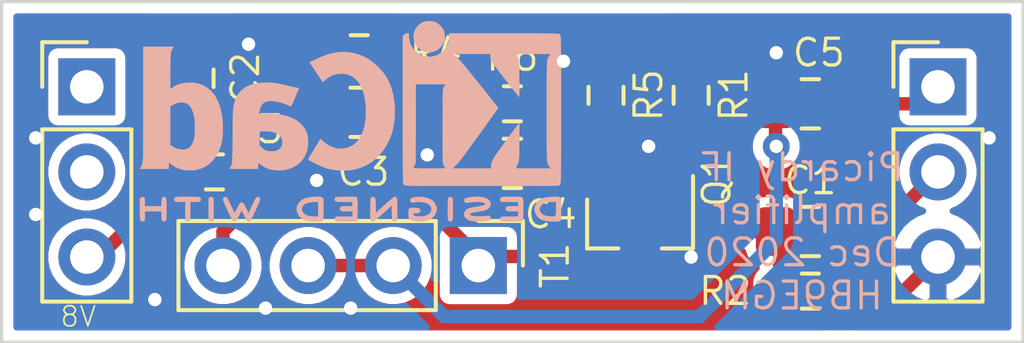
<source format=kicad_pcb>
(kicad_pcb (version 20171130) (host pcbnew 5.1.8)

  (general
    (thickness 1.6)
    (drawings 7)
    (tracks 63)
    (zones 0)
    (modules 16)
    (nets 12)
  )

  (page A4)
  (layers
    (0 F.Cu signal)
    (31 B.Cu signal)
    (32 B.Adhes user hide)
    (33 F.Adhes user hide)
    (34 B.Paste user hide)
    (35 F.Paste user hide)
    (36 B.SilkS user)
    (37 F.SilkS user)
    (38 B.Mask user)
    (39 F.Mask user)
    (40 Dwgs.User user)
    (41 Cmts.User user)
    (42 Eco1.User user)
    (43 Eco2.User user)
    (44 Edge.Cuts user)
    (45 Margin user)
    (46 B.CrtYd user)
    (47 F.CrtYd user)
    (48 B.Fab user hide)
    (49 F.Fab user hide)
  )

  (setup
    (last_trace_width 0.25)
    (user_trace_width 0.25)
    (user_trace_width 0.4)
    (trace_clearance 0.2)
    (zone_clearance 0.3)
    (zone_45_only no)
    (trace_min 0.2)
    (via_size 0.8)
    (via_drill 0.4)
    (via_min_size 0.4)
    (via_min_drill 0.3)
    (user_via 0.45 0.35)
    (uvia_size 0.3)
    (uvia_drill 0.1)
    (uvias_allowed no)
    (uvia_min_size 0.2)
    (uvia_min_drill 0.1)
    (edge_width 0.05)
    (segment_width 0.2)
    (pcb_text_width 0.3)
    (pcb_text_size 1.5 1.5)
    (mod_edge_width 0.1)
    (mod_text_size 0.8 0.8)
    (mod_text_width 0.1)
    (pad_size 1.524 1.524)
    (pad_drill 0.762)
    (pad_to_mask_clearance 0)
    (aux_axis_origin 0 0)
    (visible_elements FFFFFF7F)
    (pcbplotparams
      (layerselection 0x010fc_ffffffff)
      (usegerberextensions false)
      (usegerberattributes true)
      (usegerberadvancedattributes true)
      (creategerberjobfile true)
      (excludeedgelayer true)
      (linewidth 0.100000)
      (plotframeref false)
      (viasonmask false)
      (mode 1)
      (useauxorigin false)
      (hpglpennumber 1)
      (hpglpenspeed 20)
      (hpglpendiameter 15.000000)
      (psnegative false)
      (psa4output false)
      (plotreference true)
      (plotvalue true)
      (plotinvisibletext false)
      (padsonsilk false)
      (subtractmaskfromsilk false)
      (outputformat 1)
      (mirror false)
      (drillshape 0)
      (scaleselection 1)
      (outputdirectory "out"))
  )

  (net 0 "")
  (net 1 IN)
  (net 2 "Net-(C1-Pad1)")
  (net 3 "Net-(C2-Pad2)")
  (net 4 GND)
  (net 5 "Net-(C3-Pad2)")
  (net 6 "Net-(C3-Pad1)")
  (net 7 "Net-(C4-Pad2)")
  (net 8 "Net-(C4-Pad1)")
  (net 9 "Net-(C5-Pad2)")
  (net 10 OUT)
  (net 11 VCC)

  (net_class Default "This is the default net class."
    (clearance 0.2)
    (trace_width 0.25)
    (via_dia 0.8)
    (via_drill 0.4)
    (uvia_dia 0.3)
    (uvia_drill 0.1)
    (add_net GND)
    (add_net IN)
    (add_net "Net-(C1-Pad1)")
    (add_net "Net-(C2-Pad2)")
    (add_net "Net-(C3-Pad1)")
    (add_net "Net-(C3-Pad2)")
    (add_net "Net-(C4-Pad1)")
    (add_net "Net-(C4-Pad2)")
    (add_net "Net-(C5-Pad2)")
    (add_net OUT)
    (add_net VCC)
  )

  (module Symbol:KiCad-Logo2_5mm_SilkScreen locked (layer B.Cu) (tedit 0) (tstamp 5FD0305A)
    (at 45.974 46.736 180)
    (descr "KiCad Logo")
    (tags "Logo KiCad")
    (attr virtual)
    (fp_text reference REF** (at 0 5.08) (layer B.SilkS) hide
      (effects (font (size 0.8 0.8) (thickness 0.1)) (justify mirror))
    )
    (fp_text value KiCad-Logo2_5mm_SilkScreen (at 0 -5.08) (layer B.Fab) hide
      (effects (font (size 1 1) (thickness 0.15)) (justify mirror))
    )
    (fp_poly (pts (xy 6.228823 -2.274533) (xy 6.260202 -2.296776) (xy 6.287911 -2.324485) (xy 6.287911 -2.63392)
      (xy 6.287838 -2.725799) (xy 6.287495 -2.79784) (xy 6.286692 -2.85278) (xy 6.285241 -2.89336)
      (xy 6.282952 -2.922317) (xy 6.279636 -2.942391) (xy 6.275105 -2.956321) (xy 6.269169 -2.966845)
      (xy 6.264514 -2.9731) (xy 6.233783 -2.997673) (xy 6.198496 -3.000341) (xy 6.166245 -2.985271)
      (xy 6.155588 -2.976374) (xy 6.148464 -2.964557) (xy 6.144167 -2.945526) (xy 6.141991 -2.914992)
      (xy 6.141228 -2.868662) (xy 6.141155 -2.832871) (xy 6.141155 -2.698045) (xy 5.644444 -2.698045)
      (xy 5.644444 -2.8207) (xy 5.643931 -2.876787) (xy 5.641876 -2.915333) (xy 5.637508 -2.941361)
      (xy 5.630056 -2.959897) (xy 5.621047 -2.9731) (xy 5.590144 -2.997604) (xy 5.555196 -3.000506)
      (xy 5.521738 -2.983089) (xy 5.512604 -2.973959) (xy 5.506152 -2.961855) (xy 5.501897 -2.943001)
      (xy 5.499352 -2.91362) (xy 5.498029 -2.869937) (xy 5.497443 -2.808175) (xy 5.497375 -2.794)
      (xy 5.496891 -2.677631) (xy 5.496641 -2.581727) (xy 5.496723 -2.504177) (xy 5.497231 -2.442869)
      (xy 5.498262 -2.39569) (xy 5.499913 -2.36053) (xy 5.502279 -2.335276) (xy 5.505457 -2.317817)
      (xy 5.509544 -2.306041) (xy 5.514634 -2.297835) (xy 5.520266 -2.291645) (xy 5.552128 -2.271844)
      (xy 5.585357 -2.274533) (xy 5.616735 -2.296776) (xy 5.629433 -2.311126) (xy 5.637526 -2.326978)
      (xy 5.642042 -2.349554) (xy 5.644006 -2.384078) (xy 5.644444 -2.435776) (xy 5.644444 -2.551289)
      (xy 6.141155 -2.551289) (xy 6.141155 -2.432756) (xy 6.141662 -2.378148) (xy 6.143698 -2.341275)
      (xy 6.148035 -2.317307) (xy 6.155447 -2.301415) (xy 6.163733 -2.291645) (xy 6.195594 -2.271844)
      (xy 6.228823 -2.274533)) (layer B.SilkS) (width 0.01))
    (fp_poly (pts (xy 4.963065 -2.269163) (xy 5.041772 -2.269542) (xy 5.102863 -2.270333) (xy 5.148817 -2.27167)
      (xy 5.182114 -2.273683) (xy 5.205236 -2.276506) (xy 5.220662 -2.280269) (xy 5.230871 -2.285105)
      (xy 5.235813 -2.288822) (xy 5.261457 -2.321358) (xy 5.264559 -2.355138) (xy 5.248711 -2.385826)
      (xy 5.238348 -2.398089) (xy 5.227196 -2.40645) (xy 5.211035 -2.411657) (xy 5.185642 -2.414457)
      (xy 5.146798 -2.415596) (xy 5.09028 -2.415821) (xy 5.07918 -2.415822) (xy 4.933244 -2.415822)
      (xy 4.933244 -2.686756) (xy 4.933148 -2.772154) (xy 4.932711 -2.837864) (xy 4.931712 -2.886774)
      (xy 4.929928 -2.921773) (xy 4.927137 -2.945749) (xy 4.923117 -2.961593) (xy 4.917645 -2.972191)
      (xy 4.910666 -2.980267) (xy 4.877734 -3.000112) (xy 4.843354 -2.998548) (xy 4.812176 -2.975906)
      (xy 4.809886 -2.9731) (xy 4.802429 -2.962492) (xy 4.796747 -2.950081) (xy 4.792601 -2.93285)
      (xy 4.78975 -2.907784) (xy 4.787954 -2.871867) (xy 4.786972 -2.822083) (xy 4.786564 -2.755417)
      (xy 4.786489 -2.679589) (xy 4.786489 -2.415822) (xy 4.647127 -2.415822) (xy 4.587322 -2.415418)
      (xy 4.545918 -2.41384) (xy 4.518748 -2.410547) (xy 4.501646 -2.404992) (xy 4.490443 -2.396631)
      (xy 4.489083 -2.395178) (xy 4.472725 -2.361939) (xy 4.474172 -2.324362) (xy 4.492978 -2.291645)
      (xy 4.50025 -2.285298) (xy 4.509627 -2.280266) (xy 4.523609 -2.276396) (xy 4.544696 -2.273537)
      (xy 4.575389 -2.271535) (xy 4.618189 -2.270239) (xy 4.675595 -2.269498) (xy 4.75011 -2.269158)
      (xy 4.844233 -2.269068) (xy 4.86426 -2.269067) (xy 4.963065 -2.269163)) (layer B.SilkS) (width 0.01))
    (fp_poly (pts (xy 4.188614 -2.275877) (xy 4.212327 -2.290647) (xy 4.238978 -2.312227) (xy 4.238978 -2.633773)
      (xy 4.238893 -2.72783) (xy 4.238529 -2.801932) (xy 4.237724 -2.858704) (xy 4.236313 -2.900768)
      (xy 4.234133 -2.930748) (xy 4.231021 -2.951267) (xy 4.226814 -2.964949) (xy 4.221348 -2.974416)
      (xy 4.217472 -2.979082) (xy 4.186034 -2.999575) (xy 4.150233 -2.998739) (xy 4.118873 -2.981264)
      (xy 4.092222 -2.959684) (xy 4.092222 -2.312227) (xy 4.118873 -2.290647) (xy 4.144594 -2.274949)
      (xy 4.1656 -2.269067) (xy 4.188614 -2.275877)) (layer B.SilkS) (width 0.01))
    (fp_poly (pts (xy 3.744665 -2.271034) (xy 3.764255 -2.278035) (xy 3.76501 -2.278377) (xy 3.791613 -2.298678)
      (xy 3.80627 -2.319561) (xy 3.809138 -2.329352) (xy 3.808996 -2.342361) (xy 3.804961 -2.360895)
      (xy 3.796146 -2.387257) (xy 3.781669 -2.423752) (xy 3.760645 -2.472687) (xy 3.732188 -2.536365)
      (xy 3.695415 -2.617093) (xy 3.675175 -2.661216) (xy 3.638625 -2.739985) (xy 3.604315 -2.812423)
      (xy 3.573552 -2.87588) (xy 3.547648 -2.927708) (xy 3.52791 -2.965259) (xy 3.51565 -2.985884)
      (xy 3.513224 -2.988733) (xy 3.482183 -3.001302) (xy 3.447121 -2.999619) (xy 3.419 -2.984332)
      (xy 3.417854 -2.983089) (xy 3.406668 -2.966154) (xy 3.387904 -2.93317) (xy 3.363875 -2.88838)
      (xy 3.336897 -2.836032) (xy 3.327201 -2.816742) (xy 3.254014 -2.67015) (xy 3.17424 -2.829393)
      (xy 3.145767 -2.884415) (xy 3.11935 -2.932132) (xy 3.097148 -2.968893) (xy 3.081319 -2.991044)
      (xy 3.075954 -2.995741) (xy 3.034257 -3.002102) (xy 2.999849 -2.988733) (xy 2.989728 -2.974446)
      (xy 2.972214 -2.942692) (xy 2.948735 -2.896597) (xy 2.92072 -2.839285) (xy 2.889599 -2.77388)
      (xy 2.856799 -2.703507) (xy 2.82375 -2.631291) (xy 2.791881 -2.560355) (xy 2.762619 -2.493825)
      (xy 2.737395 -2.434826) (xy 2.717636 -2.386481) (xy 2.704772 -2.351915) (xy 2.700231 -2.334253)
      (xy 2.700277 -2.333613) (xy 2.711326 -2.311388) (xy 2.73341 -2.288753) (xy 2.73471 -2.287768)
      (xy 2.761853 -2.272425) (xy 2.786958 -2.272574) (xy 2.796368 -2.275466) (xy 2.807834 -2.281718)
      (xy 2.82001 -2.294014) (xy 2.834357 -2.314908) (xy 2.852336 -2.346949) (xy 2.875407 -2.392688)
      (xy 2.90503 -2.454677) (xy 2.931745 -2.511898) (xy 2.96248 -2.578226) (xy 2.990021 -2.637874)
      (xy 3.012938 -2.687725) (xy 3.029798 -2.724664) (xy 3.039173 -2.745573) (xy 3.04054 -2.748845)
      (xy 3.046689 -2.743497) (xy 3.060822 -2.721109) (xy 3.081057 -2.684946) (xy 3.105515 -2.638277)
      (xy 3.115248 -2.619022) (xy 3.148217 -2.554004) (xy 3.173643 -2.506654) (xy 3.193612 -2.474219)
      (xy 3.21021 -2.453946) (xy 3.225524 -2.443082) (xy 3.24164 -2.438875) (xy 3.252143 -2.4384)
      (xy 3.27067 -2.440042) (xy 3.286904 -2.446831) (xy 3.303035 -2.461566) (xy 3.321251 -2.487044)
      (xy 3.343739 -2.526061) (xy 3.372689 -2.581414) (xy 3.388662 -2.612903) (xy 3.41457 -2.663087)
      (xy 3.437167 -2.704704) (xy 3.454458 -2.734242) (xy 3.46445 -2.748189) (xy 3.465809 -2.74877)
      (xy 3.472261 -2.737793) (xy 3.486708 -2.70929) (xy 3.507703 -2.666244) (xy 3.533797 -2.611638)
      (xy 3.563546 -2.548454) (xy 3.57818 -2.517071) (xy 3.61625 -2.436078) (xy 3.646905 -2.373756)
      (xy 3.671737 -2.328071) (xy 3.692337 -2.296989) (xy 3.710298 -2.278478) (xy 3.72721 -2.270504)
      (xy 3.744665 -2.271034)) (layer B.SilkS) (width 0.01))
    (fp_poly (pts (xy 1.018309 -2.269275) (xy 1.147288 -2.273636) (xy 1.256991 -2.286861) (xy 1.349226 -2.309741)
      (xy 1.425802 -2.34307) (xy 1.488527 -2.387638) (xy 1.539212 -2.444236) (xy 1.579663 -2.513658)
      (xy 1.580459 -2.515351) (xy 1.604601 -2.577483) (xy 1.613203 -2.632509) (xy 1.606231 -2.687887)
      (xy 1.583654 -2.751073) (xy 1.579372 -2.760689) (xy 1.550172 -2.816966) (xy 1.517356 -2.860451)
      (xy 1.475002 -2.897417) (xy 1.41719 -2.934135) (xy 1.413831 -2.936052) (xy 1.363504 -2.960227)
      (xy 1.306621 -2.978282) (xy 1.239527 -2.990839) (xy 1.158565 -2.998522) (xy 1.060082 -3.001953)
      (xy 1.025286 -3.002251) (xy 0.859594 -3.002845) (xy 0.836197 -2.9731) (xy 0.829257 -2.963319)
      (xy 0.823842 -2.951897) (xy 0.819765 -2.936095) (xy 0.816837 -2.913175) (xy 0.814867 -2.880396)
      (xy 0.814225 -2.856089) (xy 0.970844 -2.856089) (xy 1.064726 -2.856089) (xy 1.119664 -2.854483)
      (xy 1.17606 -2.850255) (xy 1.222345 -2.844292) (xy 1.225139 -2.84379) (xy 1.307348 -2.821736)
      (xy 1.371114 -2.7886) (xy 1.418452 -2.742847) (xy 1.451382 -2.682939) (xy 1.457108 -2.667061)
      (xy 1.462721 -2.642333) (xy 1.460291 -2.617902) (xy 1.448467 -2.5854) (xy 1.44134 -2.569434)
      (xy 1.418 -2.527006) (xy 1.38988 -2.49724) (xy 1.35894 -2.476511) (xy 1.296966 -2.449537)
      (xy 1.217651 -2.429998) (xy 1.125253 -2.418746) (xy 1.058333 -2.41627) (xy 0.970844 -2.415822)
      (xy 0.970844 -2.856089) (xy 0.814225 -2.856089) (xy 0.813668 -2.835021) (xy 0.81305 -2.774311)
      (xy 0.812825 -2.695526) (xy 0.8128 -2.63392) (xy 0.8128 -2.324485) (xy 0.840509 -2.296776)
      (xy 0.852806 -2.285544) (xy 0.866103 -2.277853) (xy 0.884672 -2.27304) (xy 0.912786 -2.270446)
      (xy 0.954717 -2.26941) (xy 1.014737 -2.26927) (xy 1.018309 -2.269275)) (layer B.SilkS) (width 0.01))
    (fp_poly (pts (xy 0.230343 -2.26926) (xy 0.306701 -2.270174) (xy 0.365217 -2.272311) (xy 0.408255 -2.276175)
      (xy 0.438183 -2.282267) (xy 0.457368 -2.29109) (xy 0.468176 -2.303146) (xy 0.472973 -2.318939)
      (xy 0.474127 -2.33897) (xy 0.474133 -2.341335) (xy 0.473131 -2.363992) (xy 0.468396 -2.381503)
      (xy 0.457333 -2.394574) (xy 0.437348 -2.403913) (xy 0.405846 -2.410227) (xy 0.360232 -2.414222)
      (xy 0.297913 -2.416606) (xy 0.216293 -2.418086) (xy 0.191277 -2.418414) (xy -0.0508 -2.421467)
      (xy -0.054186 -2.486378) (xy -0.057571 -2.551289) (xy 0.110576 -2.551289) (xy 0.176266 -2.551531)
      (xy 0.223172 -2.552556) (xy 0.255083 -2.554811) (xy 0.275791 -2.558742) (xy 0.289084 -2.564798)
      (xy 0.298755 -2.573424) (xy 0.298817 -2.573493) (xy 0.316356 -2.607112) (xy 0.315722 -2.643448)
      (xy 0.297314 -2.674423) (xy 0.293671 -2.677607) (xy 0.280741 -2.685812) (xy 0.263024 -2.691521)
      (xy 0.23657 -2.695162) (xy 0.197432 -2.697167) (xy 0.141662 -2.697964) (xy 0.105994 -2.698045)
      (xy -0.056445 -2.698045) (xy -0.056445 -2.856089) (xy 0.190161 -2.856089) (xy 0.27158 -2.856231)
      (xy 0.33341 -2.856814) (xy 0.378637 -2.858068) (xy 0.410248 -2.860227) (xy 0.431231 -2.863523)
      (xy 0.444573 -2.868189) (xy 0.453261 -2.874457) (xy 0.45545 -2.876733) (xy 0.471614 -2.90828)
      (xy 0.472797 -2.944168) (xy 0.459536 -2.975285) (xy 0.449043 -2.985271) (xy 0.438129 -2.990769)
      (xy 0.421217 -2.995022) (xy 0.395633 -2.99818) (xy 0.358701 -3.000392) (xy 0.307746 -3.001806)
      (xy 0.240094 -3.002572) (xy 0.153069 -3.002838) (xy 0.133394 -3.002845) (xy 0.044911 -3.002787)
      (xy -0.023773 -3.002467) (xy -0.075436 -3.001667) (xy -0.112855 -3.000167) (xy -0.13881 -2.997749)
      (xy -0.156078 -2.994194) (xy -0.167438 -2.989282) (xy -0.175668 -2.982795) (xy -0.180183 -2.978138)
      (xy -0.186979 -2.969889) (xy -0.192288 -2.959669) (xy -0.196294 -2.9448) (xy -0.199179 -2.922602)
      (xy -0.201126 -2.890393) (xy -0.202319 -2.845496) (xy -0.202939 -2.785228) (xy -0.203171 -2.706911)
      (xy -0.2032 -2.640994) (xy -0.203129 -2.548628) (xy -0.202792 -2.476117) (xy -0.202002 -2.420737)
      (xy -0.200574 -2.379765) (xy -0.198321 -2.350478) (xy -0.195057 -2.330153) (xy -0.190596 -2.316066)
      (xy -0.184752 -2.305495) (xy -0.179803 -2.298811) (xy -0.156406 -2.269067) (xy 0.133774 -2.269067)
      (xy 0.230343 -2.26926)) (layer B.SilkS) (width 0.01))
    (fp_poly (pts (xy -1.300114 -2.273448) (xy -1.276548 -2.287273) (xy -1.245735 -2.309881) (xy -1.206078 -2.342338)
      (xy -1.15598 -2.385708) (xy -1.093843 -2.441058) (xy -1.018072 -2.509451) (xy -0.931334 -2.588084)
      (xy -0.750711 -2.751878) (xy -0.745067 -2.532029) (xy -0.743029 -2.456351) (xy -0.741063 -2.399994)
      (xy -0.738734 -2.359706) (xy -0.735606 -2.332235) (xy -0.731245 -2.314329) (xy -0.725216 -2.302737)
      (xy -0.717084 -2.294208) (xy -0.712772 -2.290623) (xy -0.678241 -2.27167) (xy -0.645383 -2.274441)
      (xy -0.619318 -2.290633) (xy -0.592667 -2.312199) (xy -0.589352 -2.627151) (xy -0.588435 -2.719779)
      (xy -0.587968 -2.792544) (xy -0.588113 -2.848161) (xy -0.589032 -2.889342) (xy -0.590887 -2.918803)
      (xy -0.593839 -2.939255) (xy -0.59805 -2.953413) (xy -0.603682 -2.963991) (xy -0.609927 -2.972474)
      (xy -0.623439 -2.988207) (xy -0.636883 -2.998636) (xy -0.652124 -3.002639) (xy -0.671026 -2.999094)
      (xy -0.695455 -2.986879) (xy -0.727273 -2.964871) (xy -0.768348 -2.931949) (xy -0.820542 -2.886991)
      (xy -0.885722 -2.828875) (xy -0.959556 -2.762099) (xy -1.224845 -2.521458) (xy -1.230489 -2.740589)
      (xy -1.232531 -2.816128) (xy -1.234502 -2.872354) (xy -1.236839 -2.912524) (xy -1.239981 -2.939896)
      (xy -1.244364 -2.957728) (xy -1.250424 -2.969279) (xy -1.2586 -2.977807) (xy -1.262784 -2.981282)
      (xy -1.299765 -3.000372) (xy -1.334708 -2.997493) (xy -1.365136 -2.9731) (xy -1.372097 -2.963286)
      (xy -1.377523 -2.951826) (xy -1.381603 -2.935968) (xy -1.384529 -2.912963) (xy -1.386492 -2.880062)
      (xy -1.387683 -2.834516) (xy -1.388292 -2.773573) (xy -1.388511 -2.694486) (xy -1.388534 -2.635956)
      (xy -1.38846 -2.544407) (xy -1.388113 -2.472687) (xy -1.387301 -2.418045) (xy -1.385833 -2.377732)
      (xy -1.383519 -2.348998) (xy -1.380167 -2.329093) (xy -1.375588 -2.315268) (xy -1.369589 -2.304772)
      (xy -1.365136 -2.298811) (xy -1.35385 -2.284691) (xy -1.343301 -2.274029) (xy -1.331893 -2.267892)
      (xy -1.31803 -2.267343) (xy -1.300114 -2.273448)) (layer B.SilkS) (width 0.01))
    (fp_poly (pts (xy -1.950081 -2.274599) (xy -1.881565 -2.286095) (xy -1.828943 -2.303967) (xy -1.794708 -2.327499)
      (xy -1.785379 -2.340924) (xy -1.775893 -2.372148) (xy -1.782277 -2.400395) (xy -1.80243 -2.427182)
      (xy -1.833745 -2.439713) (xy -1.879183 -2.438696) (xy -1.914326 -2.431906) (xy -1.992419 -2.418971)
      (xy -2.072226 -2.417742) (xy -2.161555 -2.428241) (xy -2.186229 -2.43269) (xy -2.269291 -2.456108)
      (xy -2.334273 -2.490945) (xy -2.380461 -2.536604) (xy -2.407145 -2.592494) (xy -2.412663 -2.621388)
      (xy -2.409051 -2.680012) (xy -2.385729 -2.731879) (xy -2.344824 -2.775978) (xy -2.288459 -2.811299)
      (xy -2.21876 -2.836829) (xy -2.137852 -2.851559) (xy -2.04786 -2.854478) (xy -1.95091 -2.844575)
      (xy -1.945436 -2.843641) (xy -1.906875 -2.836459) (xy -1.885494 -2.829521) (xy -1.876227 -2.819227)
      (xy -1.874006 -2.801976) (xy -1.873956 -2.792841) (xy -1.873956 -2.754489) (xy -1.942431 -2.754489)
      (xy -2.0029 -2.750347) (xy -2.044165 -2.737147) (xy -2.068175 -2.71373) (xy -2.076877 -2.678936)
      (xy -2.076983 -2.674394) (xy -2.071892 -2.644654) (xy -2.054433 -2.623419) (xy -2.021939 -2.609366)
      (xy -1.971743 -2.601173) (xy -1.923123 -2.598161) (xy -1.852456 -2.596433) (xy -1.801198 -2.59907)
      (xy -1.766239 -2.6088) (xy -1.74447 -2.628353) (xy -1.73278 -2.660456) (xy -1.72806 -2.707838)
      (xy -1.7272 -2.770071) (xy -1.728609 -2.839535) (xy -1.732848 -2.886786) (xy -1.739936 -2.912012)
      (xy -1.741311 -2.913988) (xy -1.780228 -2.945508) (xy -1.837286 -2.97047) (xy -1.908869 -2.98834)
      (xy -1.991358 -2.998586) (xy -2.081139 -3.000673) (xy -2.174592 -2.994068) (xy -2.229556 -2.985956)
      (xy -2.315766 -2.961554) (xy -2.395892 -2.921662) (xy -2.462977 -2.869887) (xy -2.473173 -2.859539)
      (xy -2.506302 -2.816035) (xy -2.536194 -2.762118) (xy -2.559357 -2.705592) (xy -2.572298 -2.654259)
      (xy -2.573858 -2.634544) (xy -2.567218 -2.593419) (xy -2.549568 -2.542252) (xy -2.524297 -2.488394)
      (xy -2.494789 -2.439195) (xy -2.468719 -2.406334) (xy -2.407765 -2.357452) (xy -2.328969 -2.318545)
      (xy -2.235157 -2.290494) (xy -2.12915 -2.274179) (xy -2.032 -2.270192) (xy -1.950081 -2.274599)) (layer B.SilkS) (width 0.01))
    (fp_poly (pts (xy -2.923822 -2.291645) (xy -2.917242 -2.299218) (xy -2.912079 -2.308987) (xy -2.908164 -2.323571)
      (xy -2.905324 -2.345585) (xy -2.903387 -2.377648) (xy -2.902183 -2.422375) (xy -2.901539 -2.482385)
      (xy -2.901284 -2.560294) (xy -2.901245 -2.635956) (xy -2.901314 -2.729802) (xy -2.901638 -2.803689)
      (xy -2.902386 -2.860232) (xy -2.903732 -2.902049) (xy -2.905846 -2.931757) (xy -2.9089 -2.951973)
      (xy -2.913066 -2.965314) (xy -2.918516 -2.974398) (xy -2.923822 -2.980267) (xy -2.956826 -2.999947)
      (xy -2.991991 -2.998181) (xy -3.023455 -2.976717) (xy -3.030684 -2.968337) (xy -3.036334 -2.958614)
      (xy -3.040599 -2.944861) (xy -3.043673 -2.924389) (xy -3.045752 -2.894512) (xy -3.04703 -2.852541)
      (xy -3.047701 -2.795789) (xy -3.047959 -2.721567) (xy -3.048 -2.637537) (xy -3.048 -2.324485)
      (xy -3.020291 -2.296776) (xy -2.986137 -2.273463) (xy -2.953006 -2.272623) (xy -2.923822 -2.291645)) (layer B.SilkS) (width 0.01))
    (fp_poly (pts (xy -3.691703 -2.270351) (xy -3.616888 -2.275581) (xy -3.547306 -2.28375) (xy -3.487002 -2.29455)
      (xy -3.44002 -2.307673) (xy -3.410406 -2.322813) (xy -3.40586 -2.327269) (xy -3.390054 -2.36185)
      (xy -3.394847 -2.397351) (xy -3.419364 -2.427725) (xy -3.420534 -2.428596) (xy -3.434954 -2.437954)
      (xy -3.450008 -2.442876) (xy -3.471005 -2.443473) (xy -3.503257 -2.439861) (xy -3.552073 -2.432154)
      (xy -3.556 -2.431505) (xy -3.628739 -2.422569) (xy -3.707217 -2.418161) (xy -3.785927 -2.418119)
      (xy -3.859361 -2.422279) (xy -3.922011 -2.430479) (xy -3.96837 -2.442557) (xy -3.971416 -2.443771)
      (xy -4.005048 -2.462615) (xy -4.016864 -2.481685) (xy -4.007614 -2.500439) (xy -3.978047 -2.518337)
      (xy -3.928911 -2.534837) (xy -3.860957 -2.549396) (xy -3.815645 -2.556406) (xy -3.721456 -2.569889)
      (xy -3.646544 -2.582214) (xy -3.587717 -2.594449) (xy -3.541785 -2.607661) (xy -3.505555 -2.622917)
      (xy -3.475838 -2.641285) (xy -3.449442 -2.663831) (xy -3.42823 -2.685971) (xy -3.403065 -2.716819)
      (xy -3.390681 -2.743345) (xy -3.386808 -2.776026) (xy -3.386667 -2.787995) (xy -3.389576 -2.827712)
      (xy -3.401202 -2.857259) (xy -3.421323 -2.883486) (xy -3.462216 -2.923576) (xy -3.507817 -2.954149)
      (xy -3.561513 -2.976203) (xy -3.626692 -2.990735) (xy -3.706744 -2.998741) (xy -3.805057 -3.001218)
      (xy -3.821289 -3.001177) (xy -3.886849 -2.999818) (xy -3.951866 -2.99673) (xy -4.009252 -2.992356)
      (xy -4.051922 -2.98714) (xy -4.055372 -2.986541) (xy -4.097796 -2.976491) (xy -4.13378 -2.963796)
      (xy -4.15415 -2.95219) (xy -4.173107 -2.921572) (xy -4.174427 -2.885918) (xy -4.158085 -2.854144)
      (xy -4.154429 -2.850551) (xy -4.139315 -2.839876) (xy -4.120415 -2.835276) (xy -4.091162 -2.836059)
      (xy -4.055651 -2.840127) (xy -4.01597 -2.843762) (xy -3.960345 -2.846828) (xy -3.895406 -2.849053)
      (xy -3.827785 -2.850164) (xy -3.81 -2.850237) (xy -3.742128 -2.849964) (xy -3.692454 -2.848646)
      (xy -3.65661 -2.845827) (xy -3.630224 -2.84105) (xy -3.608926 -2.833857) (xy -3.596126 -2.827867)
      (xy -3.568 -2.811233) (xy -3.550068 -2.796168) (xy -3.547447 -2.791897) (xy -3.552976 -2.774263)
      (xy -3.57926 -2.757192) (xy -3.624478 -2.741458) (xy -3.686808 -2.727838) (xy -3.705171 -2.724804)
      (xy -3.80109 -2.709738) (xy -3.877641 -2.697146) (xy -3.93778 -2.686111) (xy -3.98446 -2.67572)
      (xy -4.020637 -2.665056) (xy -4.049265 -2.653205) (xy -4.073298 -2.639251) (xy -4.095692 -2.622281)
      (xy -4.119402 -2.601378) (xy -4.12738 -2.594049) (xy -4.155353 -2.566699) (xy -4.17016 -2.545029)
      (xy -4.175952 -2.520232) (xy -4.176889 -2.488983) (xy -4.166575 -2.427705) (xy -4.135752 -2.37564)
      (xy -4.084595 -2.332958) (xy -4.013283 -2.299825) (xy -3.9624 -2.284964) (xy -3.9071 -2.275366)
      (xy -3.840853 -2.269936) (xy -3.767706 -2.268367) (xy -3.691703 -2.270351)) (layer B.SilkS) (width 0.01))
    (fp_poly (pts (xy -4.712794 -2.269146) (xy -4.643386 -2.269518) (xy -4.590997 -2.270385) (xy -4.552847 -2.271946)
      (xy -4.526159 -2.274403) (xy -4.508153 -2.277957) (xy -4.496049 -2.28281) (xy -4.487069 -2.289161)
      (xy -4.483818 -2.292084) (xy -4.464043 -2.323142) (xy -4.460482 -2.358828) (xy -4.473491 -2.39051)
      (xy -4.479506 -2.396913) (xy -4.489235 -2.403121) (xy -4.504901 -2.40791) (xy -4.529408 -2.411514)
      (xy -4.565661 -2.414164) (xy -4.616565 -2.416095) (xy -4.685026 -2.417539) (xy -4.747617 -2.418418)
      (xy -4.995334 -2.421467) (xy -4.998719 -2.486378) (xy -5.002105 -2.551289) (xy -4.833958 -2.551289)
      (xy -4.760959 -2.551919) (xy -4.707517 -2.554553) (xy -4.670628 -2.560309) (xy -4.647288 -2.570304)
      (xy -4.634494 -2.585656) (xy -4.629242 -2.607482) (xy -4.628445 -2.627738) (xy -4.630923 -2.652592)
      (xy -4.640277 -2.670906) (xy -4.659383 -2.683637) (xy -4.691118 -2.691741) (xy -4.738359 -2.696176)
      (xy -4.803983 -2.697899) (xy -4.839801 -2.698045) (xy -5.000978 -2.698045) (xy -5.000978 -2.856089)
      (xy -4.752622 -2.856089) (xy -4.671213 -2.856202) (xy -4.609342 -2.856712) (xy -4.563968 -2.85787)
      (xy -4.532054 -2.85993) (xy -4.510559 -2.863146) (xy -4.496443 -2.867772) (xy -4.486668 -2.874059)
      (xy -4.481689 -2.878667) (xy -4.46461 -2.90556) (xy -4.459111 -2.929467) (xy -4.466963 -2.958667)
      (xy -4.481689 -2.980267) (xy -4.489546 -2.987066) (xy -4.499688 -2.992346) (xy -4.514844 -2.996298)
      (xy -4.537741 -2.999113) (xy -4.571109 -3.000982) (xy -4.617675 -3.002098) (xy -4.680167 -3.002651)
      (xy -4.761314 -3.002833) (xy -4.803422 -3.002845) (xy -4.893598 -3.002765) (xy -4.963924 -3.002398)
      (xy -5.017129 -3.001552) (xy -5.05594 -3.000036) (xy -5.083087 -2.997659) (xy -5.101298 -2.994229)
      (xy -5.1133 -2.989554) (xy -5.121822 -2.983444) (xy -5.125156 -2.980267) (xy -5.131755 -2.97267)
      (xy -5.136927 -2.96287) (xy -5.140846 -2.948239) (xy -5.143684 -2.926152) (xy -5.145615 -2.893982)
      (xy -5.146812 -2.849103) (xy -5.147448 -2.788889) (xy -5.147697 -2.710713) (xy -5.147734 -2.637923)
      (xy -5.1477 -2.544707) (xy -5.147465 -2.471431) (xy -5.14683 -2.415458) (xy -5.145594 -2.374151)
      (xy -5.143556 -2.344872) (xy -5.140517 -2.324984) (xy -5.136277 -2.31185) (xy -5.130635 -2.302832)
      (xy -5.123391 -2.295293) (xy -5.121606 -2.293612) (xy -5.112945 -2.286172) (xy -5.102882 -2.280409)
      (xy -5.088625 -2.276112) (xy -5.067383 -2.273064) (xy -5.036364 -2.271051) (xy -4.992777 -2.26986)
      (xy -4.933831 -2.269275) (xy -4.856734 -2.269083) (xy -4.802001 -2.269067) (xy -4.712794 -2.269146)) (layer B.SilkS) (width 0.01))
    (fp_poly (pts (xy -6.121371 -2.269066) (xy -6.081889 -2.269467) (xy -5.9662 -2.272259) (xy -5.869311 -2.28055)
      (xy -5.787919 -2.295232) (xy -5.718723 -2.317193) (xy -5.65842 -2.347322) (xy -5.603708 -2.38651)
      (xy -5.584167 -2.403532) (xy -5.55175 -2.443363) (xy -5.52252 -2.497413) (xy -5.499991 -2.557323)
      (xy -5.487679 -2.614739) (xy -5.4864 -2.635956) (xy -5.494417 -2.694769) (xy -5.515899 -2.759013)
      (xy -5.546999 -2.819821) (xy -5.583866 -2.86833) (xy -5.589854 -2.874182) (xy -5.640579 -2.915321)
      (xy -5.696125 -2.947435) (xy -5.759696 -2.971365) (xy -5.834494 -2.987953) (xy -5.923722 -2.998041)
      (xy -6.030582 -3.002469) (xy -6.079528 -3.002845) (xy -6.141762 -3.002545) (xy -6.185528 -3.001292)
      (xy -6.214931 -2.998554) (xy -6.234079 -2.993801) (xy -6.247077 -2.986501) (xy -6.254045 -2.980267)
      (xy -6.260626 -2.972694) (xy -6.265788 -2.962924) (xy -6.269703 -2.94834) (xy -6.272543 -2.926326)
      (xy -6.27448 -2.894264) (xy -6.275684 -2.849536) (xy -6.276328 -2.789526) (xy -6.276583 -2.711617)
      (xy -6.276622 -2.635956) (xy -6.27687 -2.535041) (xy -6.276817 -2.454427) (xy -6.275857 -2.415822)
      (xy -6.129867 -2.415822) (xy -6.129867 -2.856089) (xy -6.036734 -2.856004) (xy -5.980693 -2.854396)
      (xy -5.921999 -2.850256) (xy -5.873028 -2.844464) (xy -5.871538 -2.844226) (xy -5.792392 -2.82509)
      (xy -5.731002 -2.795287) (xy -5.684305 -2.752878) (xy -5.654635 -2.706961) (xy -5.636353 -2.656026)
      (xy -5.637771 -2.6082) (xy -5.658988 -2.556933) (xy -5.700489 -2.503899) (xy -5.757998 -2.4646)
      (xy -5.83275 -2.438331) (xy -5.882708 -2.429035) (xy -5.939416 -2.422507) (xy -5.999519 -2.417782)
      (xy -6.050639 -2.415817) (xy -6.053667 -2.415808) (xy -6.129867 -2.415822) (xy -6.275857 -2.415822)
      (xy -6.27526 -2.391851) (xy -6.270998 -2.345055) (xy -6.26283 -2.311778) (xy -6.249556 -2.289759)
      (xy -6.229974 -2.276739) (xy -6.202883 -2.270457) (xy -6.167082 -2.268653) (xy -6.121371 -2.269066)) (layer B.SilkS) (width 0.01))
    (fp_poly (pts (xy -2.273043 2.973429) (xy -2.176768 2.949191) (xy -2.090184 2.906359) (xy -2.015373 2.846581)
      (xy -1.954418 2.771506) (xy -1.909399 2.68278) (xy -1.883136 2.58647) (xy -1.877286 2.489205)
      (xy -1.89214 2.395346) (xy -1.92584 2.307489) (xy -1.976528 2.22823) (xy -2.042345 2.160164)
      (xy -2.121434 2.105888) (xy -2.211934 2.067998) (xy -2.2632 2.055574) (xy -2.307698 2.048053)
      (xy -2.341999 2.045081) (xy -2.37496 2.046906) (xy -2.415434 2.053775) (xy -2.448531 2.06075)
      (xy -2.541947 2.092259) (xy -2.625619 2.143383) (xy -2.697665 2.212571) (xy -2.7562 2.298272)
      (xy -2.770148 2.325511) (xy -2.786586 2.361878) (xy -2.796894 2.392418) (xy -2.80246 2.42455)
      (xy -2.804669 2.465693) (xy -2.804948 2.511778) (xy -2.800861 2.596135) (xy -2.787446 2.665414)
      (xy -2.762256 2.726039) (xy -2.722846 2.784433) (xy -2.684298 2.828698) (xy -2.612406 2.894516)
      (xy -2.537313 2.939947) (xy -2.454562 2.96715) (xy -2.376928 2.977424) (xy -2.273043 2.973429)) (layer B.SilkS) (width 0.01))
    (fp_poly (pts (xy 6.186507 0.527755) (xy 6.186526 0.293338) (xy 6.186552 0.080397) (xy 6.186625 -0.112168)
      (xy 6.186782 -0.285459) (xy 6.187064 -0.440576) (xy 6.187509 -0.57862) (xy 6.188156 -0.700692)
      (xy 6.189045 -0.807894) (xy 6.190213 -0.901326) (xy 6.191701 -0.98209) (xy 6.193546 -1.051286)
      (xy 6.195789 -1.110015) (xy 6.198469 -1.159379) (xy 6.201623 -1.200478) (xy 6.205292 -1.234413)
      (xy 6.209513 -1.262286) (xy 6.214327 -1.285198) (xy 6.219773 -1.304249) (xy 6.225888 -1.32054)
      (xy 6.232712 -1.335173) (xy 6.240285 -1.349249) (xy 6.248645 -1.363868) (xy 6.253839 -1.372974)
      (xy 6.288104 -1.433689) (xy 5.429955 -1.433689) (xy 5.429955 -1.337733) (xy 5.429224 -1.29437)
      (xy 5.427272 -1.261205) (xy 5.424463 -1.243424) (xy 5.423221 -1.241778) (xy 5.411799 -1.248662)
      (xy 5.389084 -1.266505) (xy 5.366385 -1.285879) (xy 5.3118 -1.326614) (xy 5.242321 -1.367617)
      (xy 5.16527 -1.405123) (xy 5.087965 -1.435364) (xy 5.057113 -1.445012) (xy 4.988616 -1.459578)
      (xy 4.905764 -1.469539) (xy 4.816371 -1.474583) (xy 4.728248 -1.474396) (xy 4.649207 -1.468666)
      (xy 4.611511 -1.462858) (xy 4.473414 -1.424797) (xy 4.346113 -1.367073) (xy 4.230292 -1.290211)
      (xy 4.126637 -1.194739) (xy 4.035833 -1.081179) (xy 3.969031 -0.970381) (xy 3.914164 -0.853625)
      (xy 3.872163 -0.734276) (xy 3.842167 -0.608283) (xy 3.823311 -0.471594) (xy 3.814732 -0.320158)
      (xy 3.814006 -0.242711) (xy 3.8161 -0.185934) (xy 4.645217 -0.185934) (xy 4.645424 -0.279002)
      (xy 4.648337 -0.366692) (xy 4.654 -0.443772) (xy 4.662455 -0.505009) (xy 4.665038 -0.51735)
      (xy 4.69684 -0.624633) (xy 4.738498 -0.711658) (xy 4.790363 -0.778642) (xy 4.852781 -0.825805)
      (xy 4.9261 -0.853365) (xy 5.010669 -0.861541) (xy 5.106835 -0.850551) (xy 5.170311 -0.834829)
      (xy 5.219454 -0.816639) (xy 5.273583 -0.790791) (xy 5.314244 -0.767089) (xy 5.3848 -0.720721)
      (xy 5.3848 0.42947) (xy 5.317392 0.473038) (xy 5.238867 0.51396) (xy 5.154681 0.540611)
      (xy 5.069557 0.552535) (xy 4.988216 0.549278) (xy 4.91538 0.530385) (xy 4.883426 0.514816)
      (xy 4.825501 0.471819) (xy 4.776544 0.415047) (xy 4.73539 0.342425) (xy 4.700874 0.251879)
      (xy 4.671833 0.141334) (xy 4.670552 0.135467) (xy 4.660381 0.073212) (xy 4.652739 -0.004594)
      (xy 4.64767 -0.09272) (xy 4.645217 -0.185934) (xy 3.8161 -0.185934) (xy 3.821857 -0.029895)
      (xy 3.843802 0.165941) (xy 3.879786 0.344668) (xy 3.929759 0.506155) (xy 3.993668 0.650274)
      (xy 4.071462 0.776894) (xy 4.163089 0.885885) (xy 4.268497 0.977117) (xy 4.313662 1.008068)
      (xy 4.414611 1.064215) (xy 4.517901 1.103826) (xy 4.627989 1.127986) (xy 4.74933 1.137781)
      (xy 4.841836 1.136735) (xy 4.97149 1.125769) (xy 5.084084 1.103954) (xy 5.182875 1.070286)
      (xy 5.271121 1.023764) (xy 5.319986 0.989552) (xy 5.349353 0.967638) (xy 5.371043 0.952667)
      (xy 5.379253 0.948267) (xy 5.380868 0.959096) (xy 5.382159 0.989749) (xy 5.383138 1.037474)
      (xy 5.383817 1.099521) (xy 5.38421 1.173138) (xy 5.38433 1.255573) (xy 5.384188 1.344075)
      (xy 5.383797 1.435893) (xy 5.383171 1.528276) (xy 5.38232 1.618472) (xy 5.38126 1.703729)
      (xy 5.380001 1.781297) (xy 5.378556 1.848424) (xy 5.376938 1.902359) (xy 5.375161 1.94035)
      (xy 5.374669 1.947333) (xy 5.367092 2.017749) (xy 5.355531 2.072898) (xy 5.337792 2.120019)
      (xy 5.311682 2.166353) (xy 5.305415 2.175933) (xy 5.280983 2.212622) (xy 6.186311 2.212622)
      (xy 6.186507 0.527755)) (layer B.SilkS) (width 0.01))
    (fp_poly (pts (xy 2.673574 1.133448) (xy 2.825492 1.113433) (xy 2.960756 1.079798) (xy 3.080239 1.032275)
      (xy 3.184815 0.970595) (xy 3.262424 0.907035) (xy 3.331265 0.832901) (xy 3.385006 0.753129)
      (xy 3.42791 0.660909) (xy 3.443384 0.617839) (xy 3.456244 0.578858) (xy 3.467446 0.542711)
      (xy 3.47712 0.507566) (xy 3.485396 0.47159) (xy 3.492403 0.43295) (xy 3.498272 0.389815)
      (xy 3.503131 0.340351) (xy 3.50711 0.282727) (xy 3.51034 0.215109) (xy 3.512949 0.135666)
      (xy 3.515067 0.042564) (xy 3.516824 -0.066027) (xy 3.518349 -0.191942) (xy 3.519772 -0.337012)
      (xy 3.521025 -0.479778) (xy 3.522351 -0.635968) (xy 3.523556 -0.771239) (xy 3.524766 -0.887246)
      (xy 3.526106 -0.985645) (xy 3.5277 -1.068093) (xy 3.529675 -1.136246) (xy 3.532156 -1.19176)
      (xy 3.535269 -1.236292) (xy 3.539138 -1.271498) (xy 3.543889 -1.299034) (xy 3.549648 -1.320556)
      (xy 3.556539 -1.337722) (xy 3.564689 -1.352186) (xy 3.574223 -1.365606) (xy 3.585266 -1.379638)
      (xy 3.589566 -1.385071) (xy 3.605386 -1.40791) (xy 3.612422 -1.423463) (xy 3.612444 -1.423922)
      (xy 3.601567 -1.426121) (xy 3.570582 -1.428147) (xy 3.521957 -1.429942) (xy 3.458163 -1.431451)
      (xy 3.381669 -1.432616) (xy 3.294944 -1.43338) (xy 3.200457 -1.433686) (xy 3.18955 -1.433689)
      (xy 2.766657 -1.433689) (xy 2.763395 -1.337622) (xy 2.760133 -1.241556) (xy 2.698044 -1.292543)
      (xy 2.600714 -1.360057) (xy 2.490813 -1.414749) (xy 2.404349 -1.444978) (xy 2.335278 -1.459666)
      (xy 2.251925 -1.469659) (xy 2.162159 -1.474646) (xy 2.073845 -1.474313) (xy 1.994851 -1.468351)
      (xy 1.958622 -1.462638) (xy 1.818603 -1.424776) (xy 1.692178 -1.369932) (xy 1.58026 -1.298924)
      (xy 1.483762 -1.212568) (xy 1.4036 -1.111679) (xy 1.340687 -0.997076) (xy 1.296312 -0.870984)
      (xy 1.283978 -0.814401) (xy 1.276368 -0.752202) (xy 1.272739 -0.677363) (xy 1.272245 -0.643467)
      (xy 1.27231 -0.640282) (xy 2.032248 -0.640282) (xy 2.041541 -0.715333) (xy 2.069728 -0.77916)
      (xy 2.118197 -0.834798) (xy 2.123254 -0.839211) (xy 2.171548 -0.874037) (xy 2.223257 -0.89662)
      (xy 2.283989 -0.90854) (xy 2.359352 -0.911383) (xy 2.377459 -0.910978) (xy 2.431278 -0.908325)
      (xy 2.471308 -0.902909) (xy 2.506324 -0.892745) (xy 2.545103 -0.87585) (xy 2.555745 -0.870672)
      (xy 2.616396 -0.834844) (xy 2.663215 -0.792212) (xy 2.675952 -0.776973) (xy 2.720622 -0.720462)
      (xy 2.720622 -0.524586) (xy 2.720086 -0.445939) (xy 2.718396 -0.387988) (xy 2.715428 -0.348875)
      (xy 2.711057 -0.326741) (xy 2.706972 -0.320274) (xy 2.691047 -0.317111) (xy 2.657264 -0.314488)
      (xy 2.61034 -0.312655) (xy 2.554993 -0.311857) (xy 2.546106 -0.311842) (xy 2.42533 -0.317096)
      (xy 2.32266 -0.333263) (xy 2.236106 -0.360961) (xy 2.163681 -0.400808) (xy 2.108751 -0.447758)
      (xy 2.064204 -0.505645) (xy 2.03948 -0.568693) (xy 2.032248 -0.640282) (xy 1.27231 -0.640282)
      (xy 1.274178 -0.549712) (xy 1.282522 -0.470812) (xy 1.298768 -0.39959) (xy 1.324405 -0.328864)
      (xy 1.348401 -0.276493) (xy 1.40702 -0.181196) (xy 1.485117 -0.09317) (xy 1.580315 -0.014017)
      (xy 1.690238 0.05466) (xy 1.81251 0.111259) (xy 1.944755 0.154179) (xy 2.009422 0.169118)
      (xy 2.145604 0.191223) (xy 2.294049 0.205806) (xy 2.445505 0.212187) (xy 2.572064 0.210555)
      (xy 2.73395 0.203776) (xy 2.72653 0.262755) (xy 2.707238 0.361908) (xy 2.676104 0.442628)
      (xy 2.632269 0.505534) (xy 2.574871 0.551244) (xy 2.503048 0.580378) (xy 2.415941 0.593553)
      (xy 2.312686 0.591389) (xy 2.274711 0.587388) (xy 2.13352 0.56222) (xy 1.996707 0.521186)
      (xy 1.902178 0.483185) (xy 1.857018 0.46381) (xy 1.818585 0.44824) (xy 1.792234 0.438595)
      (xy 1.784546 0.436548) (xy 1.774802 0.445626) (xy 1.758083 0.474595) (xy 1.734232 0.523783)
      (xy 1.703093 0.593516) (xy 1.664507 0.684121) (xy 1.65791 0.699911) (xy 1.627853 0.772228)
      (xy 1.600874 0.837575) (xy 1.578136 0.893094) (xy 1.560806 0.935928) (xy 1.550048 0.963219)
      (xy 1.546941 0.972058) (xy 1.55694 0.976813) (xy 1.583217 0.98209) (xy 1.611489 0.985769)
      (xy 1.641646 0.990526) (xy 1.689433 0.999972) (xy 1.750612 1.01318) (xy 1.820946 1.029224)
      (xy 1.896194 1.04718) (xy 1.924755 1.054203) (xy 2.029816 1.079791) (xy 2.11748 1.099853)
      (xy 2.192068 1.115031) (xy 2.257903 1.125965) (xy 2.319307 1.133296) (xy 2.380602 1.137665)
      (xy 2.44611 1.139713) (xy 2.504128 1.140111) (xy 2.673574 1.133448)) (layer B.SilkS) (width 0.01))
    (fp_poly (pts (xy 0.328429 2.050929) (xy 0.48857 2.029755) (xy 0.65251 1.989615) (xy 0.822313 1.930111)
      (xy 1.000043 1.850846) (xy 1.01131 1.845301) (xy 1.069005 1.817275) (xy 1.120552 1.793198)
      (xy 1.162191 1.774751) (xy 1.190162 1.763614) (xy 1.199733 1.761067) (xy 1.21895 1.756059)
      (xy 1.223561 1.751853) (xy 1.218458 1.74142) (xy 1.202418 1.715132) (xy 1.177288 1.675743)
      (xy 1.144914 1.626009) (xy 1.107143 1.568685) (xy 1.065822 1.506524) (xy 1.022798 1.442282)
      (xy 0.979917 1.378715) (xy 0.939026 1.318575) (xy 0.901971 1.26462) (xy 0.8706 1.219603)
      (xy 0.846759 1.186279) (xy 0.832294 1.167403) (xy 0.830309 1.165213) (xy 0.820191 1.169862)
      (xy 0.79785 1.187038) (xy 0.76728 1.21356) (xy 0.751536 1.228036) (xy 0.655047 1.303318)
      (xy 0.548336 1.358759) (xy 0.432832 1.393859) (xy 0.309962 1.40812) (xy 0.240561 1.406949)
      (xy 0.119423 1.389788) (xy 0.010205 1.353906) (xy -0.087418 1.299041) (xy -0.173772 1.22493)
      (xy -0.249185 1.131312) (xy -0.313982 1.017924) (xy -0.351399 0.931333) (xy -0.395252 0.795634)
      (xy -0.427572 0.64815) (xy -0.448443 0.492686) (xy -0.457949 0.333044) (xy -0.456173 0.173027)
      (xy -0.443197 0.016439) (xy -0.419106 -0.132918) (xy -0.383982 -0.27124) (xy -0.337908 -0.394724)
      (xy -0.321627 -0.428978) (xy -0.25338 -0.543064) (xy -0.172921 -0.639557) (xy -0.08143 -0.71767)
      (xy 0.019911 -0.776617) (xy 0.12992 -0.815612) (xy 0.247415 -0.833868) (xy 0.288883 -0.835211)
      (xy 0.410441 -0.82429) (xy 0.530878 -0.791474) (xy 0.648666 -0.737439) (xy 0.762277 -0.662865)
      (xy 0.853685 -0.584539) (xy 0.900215 -0.540008) (xy 1.081483 -0.837271) (xy 1.12658 -0.911433)
      (xy 1.167819 -0.979646) (xy 1.203735 -1.039459) (xy 1.232866 -1.08842) (xy 1.25375 -1.124079)
      (xy 1.264924 -1.143984) (xy 1.266375 -1.147079) (xy 1.258146 -1.156718) (xy 1.232567 -1.173999)
      (xy 1.192873 -1.197283) (xy 1.142297 -1.224934) (xy 1.084074 -1.255315) (xy 1.021437 -1.28679)
      (xy 0.957621 -1.317722) (xy 0.89586 -1.346473) (xy 0.839388 -1.371408) (xy 0.791438 -1.390889)
      (xy 0.767986 -1.399318) (xy 0.634221 -1.437133) (xy 0.496327 -1.462136) (xy 0.348622 -1.47514)
      (xy 0.221833 -1.477468) (xy 0.153878 -1.476373) (xy 0.088277 -1.474275) (xy 0.030847 -1.471434)
      (xy -0.012597 -1.468106) (xy -0.026702 -1.466422) (xy -0.165716 -1.437587) (xy -0.307243 -1.392468)
      (xy -0.444725 -1.33375) (xy -0.571606 -1.26412) (xy -0.649111 -1.211441) (xy -0.776519 -1.103239)
      (xy -0.894822 -0.976671) (xy -1.001828 -0.834866) (xy -1.095348 -0.680951) (xy -1.17319 -0.518053)
      (xy -1.217044 -0.400756) (xy -1.267292 -0.217128) (xy -1.300791 -0.022581) (xy -1.317551 0.178675)
      (xy -1.317584 0.382432) (xy -1.300899 0.584479) (xy -1.267507 0.780608) (xy -1.21742 0.966609)
      (xy -1.213603 0.978197) (xy -1.150719 1.14025) (xy -1.073972 1.288168) (xy -0.980758 1.426135)
      (xy -0.868473 1.558339) (xy -0.824608 1.603601) (xy -0.688466 1.727543) (xy -0.548509 1.830085)
      (xy -0.402589 1.912344) (xy -0.248558 1.975436) (xy -0.084268 2.020477) (xy 0.011289 2.037967)
      (xy 0.170023 2.053534) (xy 0.328429 2.050929)) (layer B.SilkS) (width 0.01))
    (fp_poly (pts (xy -2.9464 2.510946) (xy -2.935535 2.397007) (xy -2.903918 2.289384) (xy -2.853015 2.190385)
      (xy -2.784293 2.102316) (xy -2.699219 2.027484) (xy -2.602232 1.969616) (xy -2.495964 1.929995)
      (xy -2.38895 1.911427) (xy -2.2833 1.912566) (xy -2.181125 1.93207) (xy -2.084534 1.968594)
      (xy -1.995638 2.020795) (xy -1.916546 2.087327) (xy -1.849369 2.166848) (xy -1.796217 2.258013)
      (xy -1.759199 2.359477) (xy -1.740427 2.469898) (xy -1.738489 2.519794) (xy -1.738489 2.607733)
      (xy -1.68656 2.607733) (xy -1.650253 2.604889) (xy -1.623355 2.593089) (xy -1.596249 2.569351)
      (xy -1.557867 2.530969) (xy -1.557867 0.339398) (xy -1.557876 0.077261) (xy -1.557908 -0.163241)
      (xy -1.557972 -0.383048) (xy -1.558076 -0.583101) (xy -1.558227 -0.764344) (xy -1.558434 -0.927716)
      (xy -1.558706 -1.07416) (xy -1.55905 -1.204617) (xy -1.559474 -1.320029) (xy -1.559987 -1.421338)
      (xy -1.560597 -1.509484) (xy -1.561312 -1.58541) (xy -1.56214 -1.650057) (xy -1.563089 -1.704367)
      (xy -1.564167 -1.74928) (xy -1.565383 -1.78574) (xy -1.566745 -1.814687) (xy -1.568261 -1.837063)
      (xy -1.569938 -1.853809) (xy -1.571786 -1.865868) (xy -1.573813 -1.87418) (xy -1.576025 -1.879687)
      (xy -1.577108 -1.881537) (xy -1.581271 -1.888549) (xy -1.584805 -1.894996) (xy -1.588635 -1.9009)
      (xy -1.593682 -1.906286) (xy -1.600871 -1.911178) (xy -1.611123 -1.915598) (xy -1.625364 -1.919572)
      (xy -1.644514 -1.923121) (xy -1.669499 -1.92627) (xy -1.70124 -1.929042) (xy -1.740662 -1.931461)
      (xy -1.788686 -1.933551) (xy -1.846237 -1.935335) (xy -1.914237 -1.936837) (xy -1.99361 -1.93808)
      (xy -2.085279 -1.939089) (xy -2.190166 -1.939885) (xy -2.309196 -1.940494) (xy -2.44329 -1.940939)
      (xy -2.593373 -1.941243) (xy -2.760367 -1.94143) (xy -2.945196 -1.941524) (xy -3.148783 -1.941548)
      (xy -3.37205 -1.941525) (xy -3.615922 -1.94148) (xy -3.881321 -1.941437) (xy -3.919704 -1.941432)
      (xy -4.186682 -1.941389) (xy -4.432002 -1.941318) (xy -4.656583 -1.941213) (xy -4.861345 -1.941066)
      (xy -5.047206 -1.940869) (xy -5.215088 -1.940616) (xy -5.365908 -1.9403) (xy -5.500587 -1.939913)
      (xy -5.620044 -1.939447) (xy -5.725199 -1.938897) (xy -5.816971 -1.938253) (xy -5.896279 -1.937511)
      (xy -5.964043 -1.936661) (xy -6.021182 -1.935697) (xy -6.068617 -1.934611) (xy -6.107266 -1.933397)
      (xy -6.138049 -1.932047) (xy -6.161885 -1.930555) (xy -6.179694 -1.928911) (xy -6.192395 -1.927111)
      (xy -6.200908 -1.925145) (xy -6.205266 -1.923477) (xy -6.213728 -1.919906) (xy -6.221497 -1.91727)
      (xy -6.228602 -1.914634) (xy -6.235073 -1.911062) (xy -6.240939 -1.905621) (xy -6.246229 -1.897375)
      (xy -6.250974 -1.88539) (xy -6.255202 -1.868731) (xy -6.258943 -1.846463) (xy -6.262227 -1.817652)
      (xy -6.265083 -1.781363) (xy -6.26754 -1.736661) (xy -6.269629 -1.682611) (xy -6.271378 -1.618279)
      (xy -6.272817 -1.54273) (xy -6.273976 -1.45503) (xy -6.274883 -1.354243) (xy -6.275569 -1.239434)
      (xy -6.276063 -1.10967) (xy -6.276395 -0.964015) (xy -6.276593 -0.801535) (xy -6.276687 -0.621295)
      (xy -6.276708 -0.42236) (xy -6.276685 -0.203796) (xy -6.276646 0.035332) (xy -6.276622 0.29596)
      (xy -6.276622 0.338111) (xy -6.276636 0.601008) (xy -6.276661 0.842268) (xy -6.276671 1.062835)
      (xy -6.276642 1.263648) (xy -6.276548 1.445651) (xy -6.276362 1.609784) (xy -6.276059 1.756989)
      (xy -6.275614 1.888208) (xy -6.275034 1.998133) (xy -5.972197 1.998133) (xy -5.932407 1.940289)
      (xy -5.921236 1.924521) (xy -5.911166 1.910559) (xy -5.902138 1.897216) (xy -5.894097 1.883307)
      (xy -5.886986 1.867644) (xy -5.880747 1.849042) (xy -5.875325 1.826314) (xy -5.870662 1.798273)
      (xy -5.866701 1.763733) (xy -5.863385 1.721508) (xy -5.860659 1.670411) (xy -5.858464 1.609256)
      (xy -5.856745 1.536856) (xy -5.855444 1.452025) (xy -5.854505 1.353578) (xy -5.85387 1.240326)
      (xy -5.853484 1.111084) (xy -5.853288 0.964666) (xy -5.853227 0.799884) (xy -5.853243 0.615553)
      (xy -5.85328 0.410487) (xy -5.853289 0.287867) (xy -5.853265 0.070918) (xy -5.853231 -0.124642)
      (xy -5.853243 -0.299999) (xy -5.853358 -0.456341) (xy -5.85363 -0.594857) (xy -5.854118 -0.716734)
      (xy -5.854876 -0.82316) (xy -5.855962 -0.915322) (xy -5.857431 -0.994409) (xy -5.85934 -1.061608)
      (xy -5.861744 -1.118107) (xy -5.864701 -1.165093) (xy -5.868266 -1.203755) (xy -5.872495 -1.23528)
      (xy -5.877446 -1.260855) (xy -5.883173 -1.28167) (xy -5.889733 -1.298911) (xy -5.897183 -1.313765)
      (xy -5.905579 -1.327422) (xy -5.914976 -1.341069) (xy -5.925432 -1.355893) (xy -5.931523 -1.364783)
      (xy -5.970296 -1.4224) (xy -5.438732 -1.4224) (xy -5.315483 -1.422365) (xy -5.212987 -1.422215)
      (xy -5.12942 -1.421878) (xy -5.062956 -1.421286) (xy -5.011771 -1.420367) (xy -4.974041 -1.419051)
      (xy -4.94794 -1.417269) (xy -4.931644 -1.414951) (xy -4.923328 -1.412026) (xy -4.921168 -1.408424)
      (xy -4.923339 -1.404075) (xy -4.924535 -1.402645) (xy -4.949685 -1.365573) (xy -4.975583 -1.312772)
      (xy -4.999192 -1.25077) (xy -5.007461 -1.224357) (xy -5.012078 -1.206416) (xy -5.015979 -1.185355)
      (xy -5.019248 -1.159089) (xy -5.021966 -1.125532) (xy -5.024215 -1.082599) (xy -5.026077 -1.028204)
      (xy -5.027636 -0.960262) (xy -5.028972 -0.876688) (xy -5.030169 -0.775395) (xy -5.031308 -0.6543)
      (xy -5.031685 -0.6096) (xy -5.032702 -0.484449) (xy -5.03346 -0.380082) (xy -5.033903 -0.294707)
      (xy -5.03397 -0.226533) (xy -5.033605 -0.173765) (xy -5.032748 -0.134614) (xy -5.031341 -0.107285)
      (xy -5.029325 -0.089986) (xy -5.026643 -0.080926) (xy -5.023236 -0.078312) (xy -5.019044 -0.080351)
      (xy -5.014571 -0.084667) (xy -5.004216 -0.097602) (xy -4.982158 -0.126676) (xy -4.949957 -0.169759)
      (xy -4.909174 -0.224718) (xy -4.86137 -0.289423) (xy -4.808105 -0.361742) (xy -4.75094 -0.439544)
      (xy -4.691437 -0.520698) (xy -4.631155 -0.603072) (xy -4.571655 -0.684536) (xy -4.514498 -0.762957)
      (xy -4.461245 -0.836204) (xy -4.413457 -0.902147) (xy -4.372693 -0.958654) (xy -4.340516 -1.003593)
      (xy -4.318485 -1.034834) (xy -4.313917 -1.041466) (xy -4.290996 -1.078369) (xy -4.264188 -1.126359)
      (xy -4.238789 -1.175897) (xy -4.235568 -1.182577) (xy -4.21389 -1.230772) (xy -4.201304 -1.268334)
      (xy -4.195574 -1.30416) (xy -4.194456 -1.3462) (xy -4.19509 -1.4224) (xy -3.040651 -1.4224)
      (xy -3.131815 -1.328669) (xy -3.178612 -1.278775) (xy -3.228899 -1.222295) (xy -3.274944 -1.168026)
      (xy -3.295369 -1.142673) (xy -3.325807 -1.103128) (xy -3.365862 -1.049916) (xy -3.414361 -0.984667)
      (xy -3.470135 -0.909011) (xy -3.532011 -0.824577) (xy -3.598819 -0.732994) (xy -3.669387 -0.635892)
      (xy -3.742545 -0.534901) (xy -3.817121 -0.43165) (xy -3.891944 -0.327768) (xy -3.965843 -0.224885)
      (xy -4.037646 -0.124631) (xy -4.106184 -0.028636) (xy -4.170284 0.061473) (xy -4.228775 0.144064)
      (xy -4.280486 0.217508) (xy -4.324247 0.280176) (xy -4.358885 0.330439) (xy -4.38323 0.366666)
      (xy -4.396111 0.387229) (xy -4.397869 0.391332) (xy -4.38991 0.402658) (xy -4.369115 0.429838)
      (xy -4.336847 0.471171) (xy -4.29447 0.524956) (xy -4.243347 0.589494) (xy -4.184841 0.663082)
      (xy -4.120314 0.744022) (xy -4.051131 0.830612) (xy -3.978653 0.921152) (xy -3.904246 1.01394)
      (xy -3.844517 1.088298) (xy -2.833511 1.088298) (xy -2.827602 1.075341) (xy -2.813272 1.053092)
      (xy -2.812225 1.051609) (xy -2.793438 1.021456) (xy -2.773791 0.984625) (xy -2.769892 0.976489)
      (xy -2.766356 0.96806) (xy -2.76323 0.957941) (xy -2.760486 0.94474) (xy -2.758092 0.927062)
      (xy -2.756019 0.903516) (xy -2.754235 0.872707) (xy -2.752712 0.833243) (xy -2.751419 0.783731)
      (xy -2.750326 0.722777) (xy -2.749403 0.648989) (xy -2.748619 0.560972) (xy -2.747945 0.457335)
      (xy -2.74735 0.336684) (xy -2.746805 0.197626) (xy -2.746279 0.038768) (xy -2.745745 -0.140089)
      (xy -2.745206 -0.325207) (xy -2.744772 -0.489145) (xy -2.744509 -0.633303) (xy -2.744484 -0.759079)
      (xy -2.744765 -0.867871) (xy -2.745419 -0.961077) (xy -2.746514 -1.040097) (xy -2.748118 -1.106328)
      (xy -2.750297 -1.16117) (xy -2.753119 -1.206021) (xy -2.756651 -1.242278) (xy -2.760961 -1.271341)
      (xy -2.766117 -1.294609) (xy -2.772185 -1.313479) (xy -2.779233 -1.329351) (xy -2.787329 -1.343622)
      (xy -2.79654 -1.357691) (xy -2.80504 -1.370158) (xy -2.822176 -1.396452) (xy -2.832322 -1.414037)
      (xy -2.833511 -1.417257) (xy -2.822604 -1.418334) (xy -2.791411 -1.419335) (xy -2.742223 -1.420235)
      (xy -2.677333 -1.42101) (xy -2.59903 -1.421637) (xy -2.509607 -1.422091) (xy -2.411356 -1.422349)
      (xy -2.342445 -1.4224) (xy -2.237452 -1.42218) (xy -2.14061 -1.421548) (xy -2.054107 -1.420549)
      (xy -1.980132 -1.419227) (xy -1.920874 -1.417626) (xy -1.87852 -1.415791) (xy -1.85526 -1.413765)
      (xy -1.851378 -1.412493) (xy -1.859076 -1.397591) (xy -1.867074 -1.38956) (xy -1.880246 -1.372434)
      (xy -1.897485 -1.342183) (xy -1.909407 -1.317622) (xy -1.936045 -1.258711) (xy -1.93912 -0.081845)
      (xy -1.942195 1.095022) (xy -2.387853 1.095022) (xy -2.48567 1.094858) (xy -2.576064 1.094389)
      (xy -2.65663 1.093653) (xy -2.724962 1.092684) (xy -2.778656 1.09152) (xy -2.815305 1.090197)
      (xy -2.832504 1.088751) (xy -2.833511 1.088298) (xy -3.844517 1.088298) (xy -3.82927 1.107278)
      (xy -3.75509 1.199463) (xy -3.683069 1.288796) (xy -3.614569 1.373576) (xy -3.550955 1.452102)
      (xy -3.493588 1.522674) (xy -3.443833 1.583591) (xy -3.403052 1.633153) (xy -3.385888 1.653822)
      (xy -3.299596 1.754484) (xy -3.222997 1.837741) (xy -3.154183 1.905562) (xy -3.091248 1.959911)
      (xy -3.081867 1.967278) (xy -3.042356 1.997883) (xy -4.174116 1.998133) (xy -4.168827 1.950156)
      (xy -4.17213 1.892812) (xy -4.193661 1.824537) (xy -4.233635 1.744788) (xy -4.278943 1.672505)
      (xy -4.295161 1.64986) (xy -4.323214 1.612304) (xy -4.36143 1.561979) (xy -4.408137 1.501027)
      (xy -4.461661 1.431589) (xy -4.520331 1.355806) (xy -4.582475 1.27582) (xy -4.646421 1.193772)
      (xy -4.710495 1.111804) (xy -4.773027 1.032057) (xy -4.832343 0.956673) (xy -4.886771 0.887793)
      (xy -4.934639 0.827558) (xy -4.974275 0.778111) (xy -5.004006 0.741592) (xy -5.022161 0.720142)
      (xy -5.02522 0.716844) (xy -5.028079 0.724851) (xy -5.030293 0.755145) (xy -5.031857 0.807444)
      (xy -5.032767 0.881469) (xy -5.03302 0.976937) (xy -5.032613 1.093566) (xy -5.031704 1.213555)
      (xy -5.030382 1.345667) (xy -5.028857 1.457406) (xy -5.026881 1.550975) (xy -5.024206 1.628581)
      (xy -5.020582 1.692426) (xy -5.015761 1.744717) (xy -5.009494 1.787656) (xy -5.001532 1.823449)
      (xy -4.991627 1.8543) (xy -4.979531 1.882414) (xy -4.964993 1.909995) (xy -4.950311 1.935034)
      (xy -4.912314 1.998133) (xy -5.972197 1.998133) (xy -6.275034 1.998133) (xy -6.275001 2.004383)
      (xy -6.274195 2.106456) (xy -6.27317 2.195367) (xy -6.2719 2.272059) (xy -6.27036 2.337473)
      (xy -6.268524 2.392551) (xy -6.266367 2.438235) (xy -6.263863 2.475466) (xy -6.260987 2.505187)
      (xy -6.257713 2.528338) (xy -6.254015 2.545861) (xy -6.249869 2.558699) (xy -6.245247 2.567792)
      (xy -6.240126 2.574082) (xy -6.234478 2.578512) (xy -6.228279 2.582022) (xy -6.221504 2.585555)
      (xy -6.215508 2.589124) (xy -6.210275 2.5917) (xy -6.202099 2.594028) (xy -6.189886 2.596122)
      (xy -6.172541 2.597993) (xy -6.148969 2.599653) (xy -6.118077 2.601116) (xy -6.078768 2.602392)
      (xy -6.02995 2.603496) (xy -5.970527 2.604439) (xy -5.899404 2.605233) (xy -5.815488 2.605891)
      (xy -5.717683 2.606425) (xy -5.604894 2.606847) (xy -5.476029 2.607171) (xy -5.329991 2.607408)
      (xy -5.165686 2.60757) (xy -4.98202 2.60767) (xy -4.777897 2.60772) (xy -4.566753 2.607733)
      (xy -2.9464 2.607733) (xy -2.9464 2.510946)) (layer B.SilkS) (width 0.01))
  )

  (module Connector_PinHeader_2.54mm:PinHeader_1x04_P2.54mm_Vertical (layer F.Cu) (tedit 59FED5CC) (tstamp 5FD019CB)
    (at 49.784 51.054 270)
    (descr "Through hole straight pin header, 1x04, 2.54mm pitch, single row")
    (tags "Through hole pin header THT 1x04 2.54mm single row")
    (path /5FD135AC)
    (fp_text reference T1 (at 0 -2.286 90) (layer F.SilkS)
      (effects (font (size 0.8 0.8) (thickness 0.1)))
    )
    (fp_text value Transformer_1P_1S (at 0 9.95 90) (layer F.Fab)
      (effects (font (size 1 1) (thickness 0.15)))
    )
    (fp_line (start 1.8 -1.8) (end -1.8 -1.8) (layer F.CrtYd) (width 0.05))
    (fp_line (start 1.8 9.4) (end 1.8 -1.8) (layer F.CrtYd) (width 0.05))
    (fp_line (start -1.8 9.4) (end 1.8 9.4) (layer F.CrtYd) (width 0.05))
    (fp_line (start -1.8 -1.8) (end -1.8 9.4) (layer F.CrtYd) (width 0.05))
    (fp_line (start -1.33 -1.33) (end 0 -1.33) (layer F.SilkS) (width 0.12))
    (fp_line (start -1.33 0) (end -1.33 -1.33) (layer F.SilkS) (width 0.12))
    (fp_line (start -1.33 1.27) (end 1.33 1.27) (layer F.SilkS) (width 0.12))
    (fp_line (start 1.33 1.27) (end 1.33 8.95) (layer F.SilkS) (width 0.12))
    (fp_line (start -1.33 1.27) (end -1.33 8.95) (layer F.SilkS) (width 0.12))
    (fp_line (start -1.33 8.95) (end 1.33 8.95) (layer F.SilkS) (width 0.12))
    (fp_line (start -1.27 -0.635) (end -0.635 -1.27) (layer F.Fab) (width 0.1))
    (fp_line (start -1.27 8.89) (end -1.27 -0.635) (layer F.Fab) (width 0.1))
    (fp_line (start 1.27 8.89) (end -1.27 8.89) (layer F.Fab) (width 0.1))
    (fp_line (start 1.27 -1.27) (end 1.27 8.89) (layer F.Fab) (width 0.1))
    (fp_line (start -0.635 -1.27) (end 1.27 -1.27) (layer F.Fab) (width 0.1))
    (fp_text user %R (at 0 3.81) (layer F.Fab)
      (effects (font (size 0.8 0.8) (thickness 0.1)))
    )
    (pad 4 thru_hole oval (at 0 7.62 270) (size 1.7 1.7) (drill 1) (layers *.Cu *.Mask)
      (net 3 "Net-(C2-Pad2)"))
    (pad 3 thru_hole oval (at 0 5.08 270) (size 1.7 1.7) (drill 1) (layers *.Cu *.Mask)
      (net 9 "Net-(C5-Pad2)"))
    (pad 2 thru_hole oval (at 0 2.54 270) (size 1.7 1.7) (drill 1) (layers *.Cu *.Mask)
      (net 9 "Net-(C5-Pad2)"))
    (pad 1 thru_hole rect (at 0 0 270) (size 1.7 1.7) (drill 1) (layers *.Cu *.Mask)
      (net 6 "Net-(C3-Pad1)"))
    (model ${KISYS3DMOD}/Connector_PinHeader_2.54mm.3dshapes/PinHeader_1x04_P2.54mm_Vertical.wrl
      (at (xyz 0 0 0))
      (scale (xyz 1 1 1))
      (rotate (xyz 0 0 0))
    )
  )

  (module Resistor_SMD:R_0603_1608Metric_Pad0.98x0.95mm_HandSolder (layer F.Cu) (tedit 5F68FEEE) (tstamp 5FD019B3)
    (at 50.8 46.228 180)
    (descr "Resistor SMD 0603 (1608 Metric), square (rectangular) end terminal, IPC_7351 nominal with elongated pad for handsoldering. (Body size source: IPC-SM-782 page 72, https://www.pcb-3d.com/wordpress/wp-content/uploads/ipc-sm-782a_amendment_1_and_2.pdf), generated with kicad-footprint-generator")
    (tags "resistor handsolder")
    (path /5FD0EA74)
    (attr smd)
    (fp_text reference R6 (at 0 1.397) (layer F.SilkS)
      (effects (font (size 0.8 0.8) (thickness 0.1)))
    )
    (fp_text value 5.1 (at 0 1.43) (layer F.Fab)
      (effects (font (size 1 1) (thickness 0.15)))
    )
    (fp_line (start 1.65 0.73) (end -1.65 0.73) (layer F.CrtYd) (width 0.05))
    (fp_line (start 1.65 -0.73) (end 1.65 0.73) (layer F.CrtYd) (width 0.05))
    (fp_line (start -1.65 -0.73) (end 1.65 -0.73) (layer F.CrtYd) (width 0.05))
    (fp_line (start -1.65 0.73) (end -1.65 -0.73) (layer F.CrtYd) (width 0.05))
    (fp_line (start -0.254724 0.5225) (end 0.254724 0.5225) (layer F.SilkS) (width 0.12))
    (fp_line (start -0.254724 -0.5225) (end 0.254724 -0.5225) (layer F.SilkS) (width 0.12))
    (fp_line (start 0.8 0.4125) (end -0.8 0.4125) (layer F.Fab) (width 0.1))
    (fp_line (start 0.8 -0.4125) (end 0.8 0.4125) (layer F.Fab) (width 0.1))
    (fp_line (start -0.8 -0.4125) (end 0.8 -0.4125) (layer F.Fab) (width 0.1))
    (fp_line (start -0.8 0.4125) (end -0.8 -0.4125) (layer F.Fab) (width 0.1))
    (fp_text user %R (at 0 0) (layer F.Fab)
      (effects (font (size 0.8 0.8) (thickness 0.1)))
    )
    (pad 2 smd roundrect (at 0.9125 0 180) (size 0.975 0.95) (layers F.Cu F.Paste F.Mask) (roundrect_rratio 0.25)
      (net 8 "Net-(C4-Pad1)"))
    (pad 1 smd roundrect (at -0.9125 0 180) (size 0.975 0.95) (layers F.Cu F.Paste F.Mask) (roundrect_rratio 0.25)
      (net 4 GND))
    (model ${KISYS3DMOD}/Resistor_SMD.3dshapes/R_0603_1608Metric.wrl
      (at (xyz 0 0 0))
      (scale (xyz 1 1 1))
      (rotate (xyz 0 0 0))
    )
  )

  (module Resistor_SMD:R_0603_1608Metric_Pad0.98x0.95mm_HandSolder (layer F.Cu) (tedit 5F68FEEE) (tstamp 5FD019A2)
    (at 53.594 45.974 270)
    (descr "Resistor SMD 0603 (1608 Metric), square (rectangular) end terminal, IPC_7351 nominal with elongated pad for handsoldering. (Body size source: IPC-SM-782 page 72, https://www.pcb-3d.com/wordpress/wp-content/uploads/ipc-sm-782a_amendment_1_and_2.pdf), generated with kicad-footprint-generator")
    (tags "resistor handsolder")
    (path /5FD0E6C3)
    (attr smd)
    (fp_text reference R5 (at 0 -1.27 90) (layer F.SilkS)
      (effects (font (size 0.8 0.8) (thickness 0.1)))
    )
    (fp_text value 68 (at 0 1.43 90) (layer F.Fab)
      (effects (font (size 1 1) (thickness 0.15)))
    )
    (fp_line (start 1.65 0.73) (end -1.65 0.73) (layer F.CrtYd) (width 0.05))
    (fp_line (start 1.65 -0.73) (end 1.65 0.73) (layer F.CrtYd) (width 0.05))
    (fp_line (start -1.65 -0.73) (end 1.65 -0.73) (layer F.CrtYd) (width 0.05))
    (fp_line (start -1.65 0.73) (end -1.65 -0.73) (layer F.CrtYd) (width 0.05))
    (fp_line (start -0.254724 0.5225) (end 0.254724 0.5225) (layer F.SilkS) (width 0.12))
    (fp_line (start -0.254724 -0.5225) (end 0.254724 -0.5225) (layer F.SilkS) (width 0.12))
    (fp_line (start 0.8 0.4125) (end -0.8 0.4125) (layer F.Fab) (width 0.1))
    (fp_line (start 0.8 -0.4125) (end 0.8 0.4125) (layer F.Fab) (width 0.1))
    (fp_line (start -0.8 -0.4125) (end 0.8 -0.4125) (layer F.Fab) (width 0.1))
    (fp_line (start -0.8 0.4125) (end -0.8 -0.4125) (layer F.Fab) (width 0.1))
    (fp_text user %R (at 0 0 90) (layer F.Fab)
      (effects (font (size 0.8 0.8) (thickness 0.1)))
    )
    (pad 2 smd roundrect (at 0.9125 0 270) (size 0.975 0.95) (layers F.Cu F.Paste F.Mask) (roundrect_rratio 0.25)
      (net 7 "Net-(C4-Pad2)"))
    (pad 1 smd roundrect (at -0.9125 0 270) (size 0.975 0.95) (layers F.Cu F.Paste F.Mask) (roundrect_rratio 0.25)
      (net 4 GND))
    (model ${KISYS3DMOD}/Resistor_SMD.3dshapes/R_0603_1608Metric.wrl
      (at (xyz 0 0 0))
      (scale (xyz 1 1 1))
      (rotate (xyz 0 0 0))
    )
  )

  (module Resistor_SMD:R_0603_1608Metric_Pad0.98x0.95mm_HandSolder (layer F.Cu) (tedit 5F68FEEE) (tstamp 5FD01991)
    (at 46.228 44.704 180)
    (descr "Resistor SMD 0603 (1608 Metric), square (rectangular) end terminal, IPC_7351 nominal with elongated pad for handsoldering. (Body size source: IPC-SM-782 page 72, https://www.pcb-3d.com/wordpress/wp-content/uploads/ipc-sm-782a_amendment_1_and_2.pdf), generated with kicad-footprint-generator")
    (tags "resistor handsolder")
    (path /5FD0B931)
    (attr smd)
    (fp_text reference R4 (at -2.286 0) (layer F.SilkS)
      (effects (font (size 0.8 0.8) (thickness 0.1)))
    )
    (fp_text value 3k (at 0 1.43) (layer F.Fab)
      (effects (font (size 1 1) (thickness 0.15)))
    )
    (fp_line (start 1.65 0.73) (end -1.65 0.73) (layer F.CrtYd) (width 0.05))
    (fp_line (start 1.65 -0.73) (end 1.65 0.73) (layer F.CrtYd) (width 0.05))
    (fp_line (start -1.65 -0.73) (end 1.65 -0.73) (layer F.CrtYd) (width 0.05))
    (fp_line (start -1.65 0.73) (end -1.65 -0.73) (layer F.CrtYd) (width 0.05))
    (fp_line (start -0.254724 0.5225) (end 0.254724 0.5225) (layer F.SilkS) (width 0.12))
    (fp_line (start -0.254724 -0.5225) (end 0.254724 -0.5225) (layer F.SilkS) (width 0.12))
    (fp_line (start 0.8 0.4125) (end -0.8 0.4125) (layer F.Fab) (width 0.1))
    (fp_line (start 0.8 -0.4125) (end 0.8 0.4125) (layer F.Fab) (width 0.1))
    (fp_line (start -0.8 -0.4125) (end 0.8 -0.4125) (layer F.Fab) (width 0.1))
    (fp_line (start -0.8 0.4125) (end -0.8 -0.4125) (layer F.Fab) (width 0.1))
    (fp_text user %R (at 0 0) (layer F.Fab)
      (effects (font (size 0.8 0.8) (thickness 0.1)))
    )
    (pad 2 smd roundrect (at 0.9125 0 180) (size 0.975 0.95) (layers F.Cu F.Paste F.Mask) (roundrect_rratio 0.25)
      (net 6 "Net-(C3-Pad1)"))
    (pad 1 smd roundrect (at -0.9125 0 180) (size 0.975 0.95) (layers F.Cu F.Paste F.Mask) (roundrect_rratio 0.25)
      (net 5 "Net-(C3-Pad2)"))
    (model ${KISYS3DMOD}/Resistor_SMD.3dshapes/R_0603_1608Metric.wrl
      (at (xyz 0 0 0))
      (scale (xyz 1 1 1))
      (rotate (xyz 0 0 0))
    )
  )

  (module Resistor_SMD:R_0603_1608Metric_Pad0.98x0.95mm_HandSolder (layer F.Cu) (tedit 5F68FEEE) (tstamp 5FD01980)
    (at 41.91 48.26)
    (descr "Resistor SMD 0603 (1608 Metric), square (rectangular) end terminal, IPC_7351 nominal with elongated pad for handsoldering. (Body size source: IPC-SM-782 page 72, https://www.pcb-3d.com/wordpress/wp-content/uploads/ipc-sm-782a_amendment_1_and_2.pdf), generated with kicad-footprint-generator")
    (tags "resistor handsolder")
    (path /5FD15352)
    (attr smd)
    (fp_text reference R3 (at 1.27 -1.27) (layer F.SilkS)
      (effects (font (size 0.8 0.8) (thickness 0.1)))
    )
    (fp_text value 24 (at 0 1.43) (layer F.Fab)
      (effects (font (size 1 1) (thickness 0.15)))
    )
    (fp_line (start 1.65 0.73) (end -1.65 0.73) (layer F.CrtYd) (width 0.05))
    (fp_line (start 1.65 -0.73) (end 1.65 0.73) (layer F.CrtYd) (width 0.05))
    (fp_line (start -1.65 -0.73) (end 1.65 -0.73) (layer F.CrtYd) (width 0.05))
    (fp_line (start -1.65 0.73) (end -1.65 -0.73) (layer F.CrtYd) (width 0.05))
    (fp_line (start -0.254724 0.5225) (end 0.254724 0.5225) (layer F.SilkS) (width 0.12))
    (fp_line (start -0.254724 -0.5225) (end 0.254724 -0.5225) (layer F.SilkS) (width 0.12))
    (fp_line (start 0.8 0.4125) (end -0.8 0.4125) (layer F.Fab) (width 0.1))
    (fp_line (start 0.8 -0.4125) (end 0.8 0.4125) (layer F.Fab) (width 0.1))
    (fp_line (start -0.8 -0.4125) (end 0.8 -0.4125) (layer F.Fab) (width 0.1))
    (fp_line (start -0.8 0.4125) (end -0.8 -0.4125) (layer F.Fab) (width 0.1))
    (fp_text user %R (at 0 0) (layer F.Fab)
      (effects (font (size 0.8 0.8) (thickness 0.1)))
    )
    (pad 2 smd roundrect (at 0.9125 0) (size 0.975 0.95) (layers F.Cu F.Paste F.Mask) (roundrect_rratio 0.25)
      (net 3 "Net-(C2-Pad2)"))
    (pad 1 smd roundrect (at -0.9125 0) (size 0.975 0.95) (layers F.Cu F.Paste F.Mask) (roundrect_rratio 0.25)
      (net 11 VCC))
    (model ${KISYS3DMOD}/Resistor_SMD.3dshapes/R_0603_1608Metric.wrl
      (at (xyz 0 0 0))
      (scale (xyz 1 1 1))
      (rotate (xyz 0 0 0))
    )
  )

  (module Resistor_SMD:R_0603_1608Metric_Pad0.98x0.95mm_HandSolder (layer F.Cu) (tedit 5F68FEEE) (tstamp 5FD0196F)
    (at 59.69 51.816 180)
    (descr "Resistor SMD 0603 (1608 Metric), square (rectangular) end terminal, IPC_7351 nominal with elongated pad for handsoldering. (Body size source: IPC-SM-782 page 72, https://www.pcb-3d.com/wordpress/wp-content/uploads/ipc-sm-782a_amendment_1_and_2.pdf), generated with kicad-footprint-generator")
    (tags "resistor handsolder")
    (path /5FD0AF39)
    (attr smd)
    (fp_text reference R2 (at 2.54 0) (layer F.SilkS)
      (effects (font (size 0.8 0.8) (thickness 0.1)))
    )
    (fp_text value 1k (at 0 1.43) (layer F.Fab)
      (effects (font (size 1 1) (thickness 0.15)))
    )
    (fp_line (start 1.65 0.73) (end -1.65 0.73) (layer F.CrtYd) (width 0.05))
    (fp_line (start 1.65 -0.73) (end 1.65 0.73) (layer F.CrtYd) (width 0.05))
    (fp_line (start -1.65 -0.73) (end 1.65 -0.73) (layer F.CrtYd) (width 0.05))
    (fp_line (start -1.65 0.73) (end -1.65 -0.73) (layer F.CrtYd) (width 0.05))
    (fp_line (start -0.254724 0.5225) (end 0.254724 0.5225) (layer F.SilkS) (width 0.12))
    (fp_line (start -0.254724 -0.5225) (end 0.254724 -0.5225) (layer F.SilkS) (width 0.12))
    (fp_line (start 0.8 0.4125) (end -0.8 0.4125) (layer F.Fab) (width 0.1))
    (fp_line (start 0.8 -0.4125) (end 0.8 0.4125) (layer F.Fab) (width 0.1))
    (fp_line (start -0.8 -0.4125) (end 0.8 -0.4125) (layer F.Fab) (width 0.1))
    (fp_line (start -0.8 0.4125) (end -0.8 -0.4125) (layer F.Fab) (width 0.1))
    (fp_text user %R (at 0 0) (layer F.Fab)
      (effects (font (size 0.8 0.8) (thickness 0.1)))
    )
    (pad 2 smd roundrect (at 0.9125 0 180) (size 0.975 0.95) (layers F.Cu F.Paste F.Mask) (roundrect_rratio 0.25)
      (net 2 "Net-(C1-Pad1)"))
    (pad 1 smd roundrect (at -0.9125 0 180) (size 0.975 0.95) (layers F.Cu F.Paste F.Mask) (roundrect_rratio 0.25)
      (net 4 GND))
    (model ${KISYS3DMOD}/Resistor_SMD.3dshapes/R_0603_1608Metric.wrl
      (at (xyz 0 0 0))
      (scale (xyz 1 1 1))
      (rotate (xyz 0 0 0))
    )
  )

  (module Resistor_SMD:R_0603_1608Metric_Pad0.98x0.95mm_HandSolder (layer F.Cu) (tedit 5F68FEEE) (tstamp 5FD0195E)
    (at 56.134 45.974 90)
    (descr "Resistor SMD 0603 (1608 Metric), square (rectangular) end terminal, IPC_7351 nominal with elongated pad for handsoldering. (Body size source: IPC-SM-782 page 72, https://www.pcb-3d.com/wordpress/wp-content/uploads/ipc-sm-782a_amendment_1_and_2.pdf), generated with kicad-footprint-generator")
    (tags "resistor handsolder")
    (path /5FD0B5C9)
    (attr smd)
    (fp_text reference R1 (at 0 1.27 90) (layer F.SilkS)
      (effects (font (size 0.8 0.8) (thickness 0.1)))
    )
    (fp_text value 1k3 (at 0 1.43 90) (layer F.Fab)
      (effects (font (size 1 1) (thickness 0.15)))
    )
    (fp_line (start 1.65 0.73) (end -1.65 0.73) (layer F.CrtYd) (width 0.05))
    (fp_line (start 1.65 -0.73) (end 1.65 0.73) (layer F.CrtYd) (width 0.05))
    (fp_line (start -1.65 -0.73) (end 1.65 -0.73) (layer F.CrtYd) (width 0.05))
    (fp_line (start -1.65 0.73) (end -1.65 -0.73) (layer F.CrtYd) (width 0.05))
    (fp_line (start -0.254724 0.5225) (end 0.254724 0.5225) (layer F.SilkS) (width 0.12))
    (fp_line (start -0.254724 -0.5225) (end 0.254724 -0.5225) (layer F.SilkS) (width 0.12))
    (fp_line (start 0.8 0.4125) (end -0.8 0.4125) (layer F.Fab) (width 0.1))
    (fp_line (start 0.8 -0.4125) (end 0.8 0.4125) (layer F.Fab) (width 0.1))
    (fp_line (start -0.8 -0.4125) (end 0.8 -0.4125) (layer F.Fab) (width 0.1))
    (fp_line (start -0.8 0.4125) (end -0.8 -0.4125) (layer F.Fab) (width 0.1))
    (fp_text user %R (at 0 0 90) (layer F.Fab)
      (effects (font (size 0.8 0.8) (thickness 0.1)))
    )
    (pad 2 smd roundrect (at 0.9125 0 90) (size 0.975 0.95) (layers F.Cu F.Paste F.Mask) (roundrect_rratio 0.25)
      (net 5 "Net-(C3-Pad2)"))
    (pad 1 smd roundrect (at -0.9125 0 90) (size 0.975 0.95) (layers F.Cu F.Paste F.Mask) (roundrect_rratio 0.25)
      (net 2 "Net-(C1-Pad1)"))
    (model ${KISYS3DMOD}/Resistor_SMD.3dshapes/R_0603_1608Metric.wrl
      (at (xyz 0 0 0))
      (scale (xyz 1 1 1))
      (rotate (xyz 0 0 0))
    )
  )

  (module Package_TO_SOT_SMD:SOT-23 (layer F.Cu) (tedit 5A02FF57) (tstamp 5FD0194D)
    (at 54.61 49.784 270)
    (descr "SOT-23, Standard")
    (tags SOT-23)
    (path /5FD0DCD0)
    (attr smd)
    (fp_text reference Q1 (at -1.27 -2.286 90) (layer F.SilkS)
      (effects (font (size 0.8 0.8) (thickness 0.1)))
    )
    (fp_text value MMBT3904 (at 0 2.5 90) (layer F.Fab)
      (effects (font (size 1 1) (thickness 0.15)))
    )
    (fp_line (start 0.76 1.58) (end -0.7 1.58) (layer F.SilkS) (width 0.12))
    (fp_line (start 0.76 -1.58) (end -1.4 -1.58) (layer F.SilkS) (width 0.12))
    (fp_line (start -1.7 1.75) (end -1.7 -1.75) (layer F.CrtYd) (width 0.05))
    (fp_line (start 1.7 1.75) (end -1.7 1.75) (layer F.CrtYd) (width 0.05))
    (fp_line (start 1.7 -1.75) (end 1.7 1.75) (layer F.CrtYd) (width 0.05))
    (fp_line (start -1.7 -1.75) (end 1.7 -1.75) (layer F.CrtYd) (width 0.05))
    (fp_line (start 0.76 -1.58) (end 0.76 -0.65) (layer F.SilkS) (width 0.12))
    (fp_line (start 0.76 1.58) (end 0.76 0.65) (layer F.SilkS) (width 0.12))
    (fp_line (start -0.7 1.52) (end 0.7 1.52) (layer F.Fab) (width 0.1))
    (fp_line (start 0.7 -1.52) (end 0.7 1.52) (layer F.Fab) (width 0.1))
    (fp_line (start -0.7 -0.95) (end -0.15 -1.52) (layer F.Fab) (width 0.1))
    (fp_line (start -0.15 -1.52) (end 0.7 -1.52) (layer F.Fab) (width 0.1))
    (fp_line (start -0.7 -0.95) (end -0.7 1.5) (layer F.Fab) (width 0.1))
    (fp_text user %R (at 0 0) (layer F.Fab)
      (effects (font (size 0.8 0.8) (thickness 0.1)))
    )
    (pad 3 smd rect (at 1 0 270) (size 0.9 0.8) (layers F.Cu F.Paste F.Mask)
      (net 6 "Net-(C3-Pad1)"))
    (pad 2 smd rect (at -1 0.95 270) (size 0.9 0.8) (layers F.Cu F.Paste F.Mask)
      (net 7 "Net-(C4-Pad2)"))
    (pad 1 smd rect (at -1 -0.95 270) (size 0.9 0.8) (layers F.Cu F.Paste F.Mask)
      (net 2 "Net-(C1-Pad1)"))
    (model ${KISYS3DMOD}/Package_TO_SOT_SMD.3dshapes/SOT-23.wrl
      (at (xyz 0 0 0))
      (scale (xyz 1 1 1))
      (rotate (xyz 0 0 0))
    )
  )

  (module Connector_PinHeader_2.54mm:PinHeader_1x03_P2.54mm_Vertical (layer F.Cu) (tedit 59FED5CC) (tstamp 5FD01938)
    (at 63.5 45.72)
    (descr "Through hole straight pin header, 1x03, 2.54mm pitch, single row")
    (tags "Through hole pin header THT 1x03 2.54mm single row")
    (path /5FD05406)
    (fp_text reference J2 (at 0 -2.33) (layer F.SilkS) hide
      (effects (font (size 0.8 0.8) (thickness 0.1)))
    )
    (fp_text value OUT (at 0 7.41) (layer F.Fab)
      (effects (font (size 1 1) (thickness 0.15)))
    )
    (fp_line (start 1.8 -1.8) (end -1.8 -1.8) (layer F.CrtYd) (width 0.05))
    (fp_line (start 1.8 6.85) (end 1.8 -1.8) (layer F.CrtYd) (width 0.05))
    (fp_line (start -1.8 6.85) (end 1.8 6.85) (layer F.CrtYd) (width 0.05))
    (fp_line (start -1.8 -1.8) (end -1.8 6.85) (layer F.CrtYd) (width 0.05))
    (fp_line (start -1.33 -1.33) (end 0 -1.33) (layer F.SilkS) (width 0.12))
    (fp_line (start -1.33 0) (end -1.33 -1.33) (layer F.SilkS) (width 0.12))
    (fp_line (start -1.33 1.27) (end 1.33 1.27) (layer F.SilkS) (width 0.12))
    (fp_line (start 1.33 1.27) (end 1.33 6.41) (layer F.SilkS) (width 0.12))
    (fp_line (start -1.33 1.27) (end -1.33 6.41) (layer F.SilkS) (width 0.12))
    (fp_line (start -1.33 6.41) (end 1.33 6.41) (layer F.SilkS) (width 0.12))
    (fp_line (start -1.27 -0.635) (end -0.635 -1.27) (layer F.Fab) (width 0.1))
    (fp_line (start -1.27 6.35) (end -1.27 -0.635) (layer F.Fab) (width 0.1))
    (fp_line (start 1.27 6.35) (end -1.27 6.35) (layer F.Fab) (width 0.1))
    (fp_line (start 1.27 -1.27) (end 1.27 6.35) (layer F.Fab) (width 0.1))
    (fp_line (start -0.635 -1.27) (end 1.27 -1.27) (layer F.Fab) (width 0.1))
    (fp_text user %R (at 0 2.54 90) (layer F.Fab)
      (effects (font (size 0.8 0.8) (thickness 0.1)))
    )
    (pad 3 thru_hole oval (at 0 5.08) (size 1.7 1.7) (drill 1) (layers *.Cu *.Mask)
      (net 4 GND))
    (pad 2 thru_hole oval (at 0 2.54) (size 1.7 1.7) (drill 1) (layers *.Cu *.Mask)
      (net 1 IN))
    (pad 1 thru_hole rect (at 0 0) (size 1.7 1.7) (drill 1) (layers *.Cu *.Mask)
      (net 10 OUT))
    (model ${KISYS3DMOD}/Connector_PinHeader_2.54mm.3dshapes/PinHeader_1x03_P2.54mm_Vertical.wrl
      (at (xyz 0 0 0))
      (scale (xyz 1 1 1))
      (rotate (xyz 0 0 0))
    )
  )

  (module Connector_PinHeader_2.54mm:PinHeader_1x03_P2.54mm_Vertical (layer F.Cu) (tedit 59FED5CC) (tstamp 5FD01921)
    (at 38.1 45.72)
    (descr "Through hole straight pin header, 1x03, 2.54mm pitch, single row")
    (tags "Through hole pin header THT 1x03 2.54mm single row")
    (path /5FD043FA)
    (fp_text reference J1 (at 0 -2.33) (layer F.SilkS) hide
      (effects (font (size 0.8 0.8) (thickness 0.1)))
    )
    (fp_text value IN (at 0 7.41) (layer F.Fab)
      (effects (font (size 1 1) (thickness 0.15)))
    )
    (fp_line (start 1.8 -1.8) (end -1.8 -1.8) (layer F.CrtYd) (width 0.05))
    (fp_line (start 1.8 6.85) (end 1.8 -1.8) (layer F.CrtYd) (width 0.05))
    (fp_line (start -1.8 6.85) (end 1.8 6.85) (layer F.CrtYd) (width 0.05))
    (fp_line (start -1.8 -1.8) (end -1.8 6.85) (layer F.CrtYd) (width 0.05))
    (fp_line (start -1.33 -1.33) (end 0 -1.33) (layer F.SilkS) (width 0.12))
    (fp_line (start -1.33 0) (end -1.33 -1.33) (layer F.SilkS) (width 0.12))
    (fp_line (start -1.33 1.27) (end 1.33 1.27) (layer F.SilkS) (width 0.12))
    (fp_line (start 1.33 1.27) (end 1.33 6.41) (layer F.SilkS) (width 0.12))
    (fp_line (start -1.33 1.27) (end -1.33 6.41) (layer F.SilkS) (width 0.12))
    (fp_line (start -1.33 6.41) (end 1.33 6.41) (layer F.SilkS) (width 0.12))
    (fp_line (start -1.27 -0.635) (end -0.635 -1.27) (layer F.Fab) (width 0.1))
    (fp_line (start -1.27 6.35) (end -1.27 -0.635) (layer F.Fab) (width 0.1))
    (fp_line (start 1.27 6.35) (end -1.27 6.35) (layer F.Fab) (width 0.1))
    (fp_line (start 1.27 -1.27) (end 1.27 6.35) (layer F.Fab) (width 0.1))
    (fp_line (start -0.635 -1.27) (end 1.27 -1.27) (layer F.Fab) (width 0.1))
    (fp_text user %R (at 0 2.54 90) (layer F.Fab)
      (effects (font (size 0.8 0.8) (thickness 0.1)))
    )
    (pad 3 thru_hole oval (at 0 5.08) (size 1.7 1.7) (drill 1) (layers *.Cu *.Mask)
      (net 11 VCC))
    (pad 2 thru_hole oval (at 0 2.54) (size 1.7 1.7) (drill 1) (layers *.Cu *.Mask))
    (pad 1 thru_hole rect (at 0 0) (size 1.7 1.7) (drill 1) (layers *.Cu *.Mask))
    (model ${KISYS3DMOD}/Connector_PinHeader_2.54mm.3dshapes/PinHeader_1x03_P2.54mm_Vertical.wrl
      (at (xyz 0 0 0))
      (scale (xyz 1 1 1))
      (rotate (xyz 0 0 0))
    )
  )

  (module Capacitor_SMD:C_0805_2012Metric_Pad1.18x1.45mm_HandSolder (layer F.Cu) (tedit 5F68FEEF) (tstamp 5FD0190A)
    (at 59.69 46.228 180)
    (descr "Capacitor SMD 0805 (2012 Metric), square (rectangular) end terminal, IPC_7351 nominal with elongated pad for handsoldering. (Body size source: IPC-SM-782 page 76, https://www.pcb-3d.com/wordpress/wp-content/uploads/ipc-sm-782a_amendment_1_and_2.pdf, https://docs.google.com/spreadsheets/d/1BsfQQcO9C6DZCsRaXUlFlo91Tg2WpOkGARC1WS5S8t0/edit?usp=sharing), generated with kicad-footprint-generator")
    (tags "capacitor handsolder")
    (path /5FD18E7E)
    (attr smd)
    (fp_text reference C5 (at -0.254 1.524) (layer F.SilkS)
      (effects (font (size 0.8 0.8) (thickness 0.1)))
    )
    (fp_text value 100nF (at 0 1.68) (layer F.Fab)
      (effects (font (size 1 1) (thickness 0.15)))
    )
    (fp_line (start 1.88 0.98) (end -1.88 0.98) (layer F.CrtYd) (width 0.05))
    (fp_line (start 1.88 -0.98) (end 1.88 0.98) (layer F.CrtYd) (width 0.05))
    (fp_line (start -1.88 -0.98) (end 1.88 -0.98) (layer F.CrtYd) (width 0.05))
    (fp_line (start -1.88 0.98) (end -1.88 -0.98) (layer F.CrtYd) (width 0.05))
    (fp_line (start -0.261252 0.735) (end 0.261252 0.735) (layer F.SilkS) (width 0.12))
    (fp_line (start -0.261252 -0.735) (end 0.261252 -0.735) (layer F.SilkS) (width 0.12))
    (fp_line (start 1 0.625) (end -1 0.625) (layer F.Fab) (width 0.1))
    (fp_line (start 1 -0.625) (end 1 0.625) (layer F.Fab) (width 0.1))
    (fp_line (start -1 -0.625) (end 1 -0.625) (layer F.Fab) (width 0.1))
    (fp_line (start -1 0.625) (end -1 -0.625) (layer F.Fab) (width 0.1))
    (fp_text user %R (at 0 0) (layer F.Fab)
      (effects (font (size 0.8 0.8) (thickness 0.1)))
    )
    (pad 2 smd roundrect (at 1.0375 0 180) (size 1.175 1.45) (layers F.Cu F.Paste F.Mask) (roundrect_rratio 0.2127659574468085)
      (net 9 "Net-(C5-Pad2)"))
    (pad 1 smd roundrect (at -1.0375 0 180) (size 1.175 1.45) (layers F.Cu F.Paste F.Mask) (roundrect_rratio 0.2127659574468085)
      (net 10 OUT))
    (model ${KISYS3DMOD}/Capacitor_SMD.3dshapes/C_0805_2012Metric.wrl
      (at (xyz 0 0 0))
      (scale (xyz 1 1 1))
      (rotate (xyz 0 0 0))
    )
  )

  (module Capacitor_SMD:C_0805_2012Metric_Pad1.18x1.45mm_HandSolder (layer F.Cu) (tedit 5F68FEEF) (tstamp 5FD018F9)
    (at 50.8 48.006)
    (descr "Capacitor SMD 0805 (2012 Metric), square (rectangular) end terminal, IPC_7351 nominal with elongated pad for handsoldering. (Body size source: IPC-SM-782 page 76, https://www.pcb-3d.com/wordpress/wp-content/uploads/ipc-sm-782a_amendment_1_and_2.pdf, https://docs.google.com/spreadsheets/d/1BsfQQcO9C6DZCsRaXUlFlo91Tg2WpOkGARC1WS5S8t0/edit?usp=sharing), generated with kicad-footprint-generator")
    (tags "capacitor handsolder")
    (path /5FD0EEE3)
    (attr smd)
    (fp_text reference C4 (at 1.143 1.524) (layer F.SilkS)
      (effects (font (size 0.8 0.8) (thickness 0.1)))
    )
    (fp_text value 100nF (at 0 1.68) (layer F.Fab)
      (effects (font (size 1 1) (thickness 0.15)))
    )
    (fp_line (start 1.88 0.98) (end -1.88 0.98) (layer F.CrtYd) (width 0.05))
    (fp_line (start 1.88 -0.98) (end 1.88 0.98) (layer F.CrtYd) (width 0.05))
    (fp_line (start -1.88 -0.98) (end 1.88 -0.98) (layer F.CrtYd) (width 0.05))
    (fp_line (start -1.88 0.98) (end -1.88 -0.98) (layer F.CrtYd) (width 0.05))
    (fp_line (start -0.261252 0.735) (end 0.261252 0.735) (layer F.SilkS) (width 0.12))
    (fp_line (start -0.261252 -0.735) (end 0.261252 -0.735) (layer F.SilkS) (width 0.12))
    (fp_line (start 1 0.625) (end -1 0.625) (layer F.Fab) (width 0.1))
    (fp_line (start 1 -0.625) (end 1 0.625) (layer F.Fab) (width 0.1))
    (fp_line (start -1 -0.625) (end 1 -0.625) (layer F.Fab) (width 0.1))
    (fp_line (start -1 0.625) (end -1 -0.625) (layer F.Fab) (width 0.1))
    (fp_text user %R (at 0 0) (layer F.Fab)
      (effects (font (size 0.8 0.8) (thickness 0.1)))
    )
    (pad 2 smd roundrect (at 1.0375 0) (size 1.175 1.45) (layers F.Cu F.Paste F.Mask) (roundrect_rratio 0.2127659574468085)
      (net 7 "Net-(C4-Pad2)"))
    (pad 1 smd roundrect (at -1.0375 0) (size 1.175 1.45) (layers F.Cu F.Paste F.Mask) (roundrect_rratio 0.2127659574468085)
      (net 8 "Net-(C4-Pad1)"))
    (model ${KISYS3DMOD}/Capacitor_SMD.3dshapes/C_0805_2012Metric.wrl
      (at (xyz 0 0 0))
      (scale (xyz 1 1 1))
      (rotate (xyz 0 0 0))
    )
  )

  (module Capacitor_SMD:C_0805_2012Metric_Pad1.18x1.45mm_HandSolder (layer F.Cu) (tedit 5F68FEEF) (tstamp 5FD018E8)
    (at 46.228 46.482)
    (descr "Capacitor SMD 0805 (2012 Metric), square (rectangular) end terminal, IPC_7351 nominal with elongated pad for handsoldering. (Body size source: IPC-SM-782 page 76, https://www.pcb-3d.com/wordpress/wp-content/uploads/ipc-sm-782a_amendment_1_and_2.pdf, https://docs.google.com/spreadsheets/d/1BsfQQcO9C6DZCsRaXUlFlo91Tg2WpOkGARC1WS5S8t0/edit?usp=sharing), generated with kicad-footprint-generator")
    (tags "capacitor handsolder")
    (path /5FD0BC6A)
    (attr smd)
    (fp_text reference C3 (at 0.127 1.778) (layer F.SilkS)
      (effects (font (size 0.8 0.8) (thickness 0.1)))
    )
    (fp_text value 100nF (at 0 1.68) (layer F.Fab)
      (effects (font (size 1 1) (thickness 0.15)))
    )
    (fp_line (start 1.88 0.98) (end -1.88 0.98) (layer F.CrtYd) (width 0.05))
    (fp_line (start 1.88 -0.98) (end 1.88 0.98) (layer F.CrtYd) (width 0.05))
    (fp_line (start -1.88 -0.98) (end 1.88 -0.98) (layer F.CrtYd) (width 0.05))
    (fp_line (start -1.88 0.98) (end -1.88 -0.98) (layer F.CrtYd) (width 0.05))
    (fp_line (start -0.261252 0.735) (end 0.261252 0.735) (layer F.SilkS) (width 0.12))
    (fp_line (start -0.261252 -0.735) (end 0.261252 -0.735) (layer F.SilkS) (width 0.12))
    (fp_line (start 1 0.625) (end -1 0.625) (layer F.Fab) (width 0.1))
    (fp_line (start 1 -0.625) (end 1 0.625) (layer F.Fab) (width 0.1))
    (fp_line (start -1 -0.625) (end 1 -0.625) (layer F.Fab) (width 0.1))
    (fp_line (start -1 0.625) (end -1 -0.625) (layer F.Fab) (width 0.1))
    (fp_text user %R (at 0 0) (layer F.Fab)
      (effects (font (size 0.8 0.8) (thickness 0.1)))
    )
    (pad 2 smd roundrect (at 1.0375 0) (size 1.175 1.45) (layers F.Cu F.Paste F.Mask) (roundrect_rratio 0.2127659574468085)
      (net 5 "Net-(C3-Pad2)"))
    (pad 1 smd roundrect (at -1.0375 0) (size 1.175 1.45) (layers F.Cu F.Paste F.Mask) (roundrect_rratio 0.2127659574468085)
      (net 6 "Net-(C3-Pad1)"))
    (model ${KISYS3DMOD}/Capacitor_SMD.3dshapes/C_0805_2012Metric.wrl
      (at (xyz 0 0 0))
      (scale (xyz 1 1 1))
      (rotate (xyz 0 0 0))
    )
  )

  (module Capacitor_SMD:C_0805_2012Metric_Pad1.18x1.45mm_HandSolder (layer F.Cu) (tedit 5F68FEEF) (tstamp 5FD018D7)
    (at 41.148 45.466 270)
    (descr "Capacitor SMD 0805 (2012 Metric), square (rectangular) end terminal, IPC_7351 nominal with elongated pad for handsoldering. (Body size source: IPC-SM-782 page 76, https://www.pcb-3d.com/wordpress/wp-content/uploads/ipc-sm-782a_amendment_1_and_2.pdf, https://docs.google.com/spreadsheets/d/1BsfQQcO9C6DZCsRaXUlFlo91Tg2WpOkGARC1WS5S8t0/edit?usp=sharing), generated with kicad-footprint-generator")
    (tags "capacitor handsolder")
    (path /5FD127A2)
    (attr smd)
    (fp_text reference C2 (at 0 -1.68 90) (layer F.SilkS)
      (effects (font (size 0.8 0.8) (thickness 0.1)))
    )
    (fp_text value 100nF (at 0 1.68 90) (layer F.Fab)
      (effects (font (size 1 1) (thickness 0.15)))
    )
    (fp_line (start 1.88 0.98) (end -1.88 0.98) (layer F.CrtYd) (width 0.05))
    (fp_line (start 1.88 -0.98) (end 1.88 0.98) (layer F.CrtYd) (width 0.05))
    (fp_line (start -1.88 -0.98) (end 1.88 -0.98) (layer F.CrtYd) (width 0.05))
    (fp_line (start -1.88 0.98) (end -1.88 -0.98) (layer F.CrtYd) (width 0.05))
    (fp_line (start -0.261252 0.735) (end 0.261252 0.735) (layer F.SilkS) (width 0.12))
    (fp_line (start -0.261252 -0.735) (end 0.261252 -0.735) (layer F.SilkS) (width 0.12))
    (fp_line (start 1 0.625) (end -1 0.625) (layer F.Fab) (width 0.1))
    (fp_line (start 1 -0.625) (end 1 0.625) (layer F.Fab) (width 0.1))
    (fp_line (start -1 -0.625) (end 1 -0.625) (layer F.Fab) (width 0.1))
    (fp_line (start -1 0.625) (end -1 -0.625) (layer F.Fab) (width 0.1))
    (fp_text user %R (at 0 0 90) (layer F.Fab)
      (effects (font (size 0.8 0.8) (thickness 0.1)))
    )
    (pad 2 smd roundrect (at 1.0375 0 270) (size 1.175 1.45) (layers F.Cu F.Paste F.Mask) (roundrect_rratio 0.2127659574468085)
      (net 3 "Net-(C2-Pad2)"))
    (pad 1 smd roundrect (at -1.0375 0 270) (size 1.175 1.45) (layers F.Cu F.Paste F.Mask) (roundrect_rratio 0.2127659574468085)
      (net 4 GND))
    (model ${KISYS3DMOD}/Capacitor_SMD.3dshapes/C_0805_2012Metric.wrl
      (at (xyz 0 0 0))
      (scale (xyz 1 1 1))
      (rotate (xyz 0 0 0))
    )
  )

  (module Capacitor_SMD:C_0805_2012Metric_Pad1.18x1.45mm_HandSolder (layer F.Cu) (tedit 5F68FEEF) (tstamp 5FD018C6)
    (at 59.69 50.038)
    (descr "Capacitor SMD 0805 (2012 Metric), square (rectangular) end terminal, IPC_7351 nominal with elongated pad for handsoldering. (Body size source: IPC-SM-782 page 76, https://www.pcb-3d.com/wordpress/wp-content/uploads/ipc-sm-782a_amendment_1_and_2.pdf, https://docs.google.com/spreadsheets/d/1BsfQQcO9C6DZCsRaXUlFlo91Tg2WpOkGARC1WS5S8t0/edit?usp=sharing), generated with kicad-footprint-generator")
    (tags "capacitor handsolder")
    (path /5FD0A9C5)
    (attr smd)
    (fp_text reference C1 (at 0 -1.524) (layer F.SilkS)
      (effects (font (size 0.8 0.8) (thickness 0.1)))
    )
    (fp_text value 100nF (at 0 1.68) (layer F.Fab)
      (effects (font (size 1 1) (thickness 0.15)))
    )
    (fp_line (start 1.88 0.98) (end -1.88 0.98) (layer F.CrtYd) (width 0.05))
    (fp_line (start 1.88 -0.98) (end 1.88 0.98) (layer F.CrtYd) (width 0.05))
    (fp_line (start -1.88 -0.98) (end 1.88 -0.98) (layer F.CrtYd) (width 0.05))
    (fp_line (start -1.88 0.98) (end -1.88 -0.98) (layer F.CrtYd) (width 0.05))
    (fp_line (start -0.261252 0.735) (end 0.261252 0.735) (layer F.SilkS) (width 0.12))
    (fp_line (start -0.261252 -0.735) (end 0.261252 -0.735) (layer F.SilkS) (width 0.12))
    (fp_line (start 1 0.625) (end -1 0.625) (layer F.Fab) (width 0.1))
    (fp_line (start 1 -0.625) (end 1 0.625) (layer F.Fab) (width 0.1))
    (fp_line (start -1 -0.625) (end 1 -0.625) (layer F.Fab) (width 0.1))
    (fp_line (start -1 0.625) (end -1 -0.625) (layer F.Fab) (width 0.1))
    (fp_text user %R (at 0 0) (layer F.Fab)
      (effects (font (size 0.8 0.8) (thickness 0.1)))
    )
    (pad 2 smd roundrect (at 1.0375 0) (size 1.175 1.45) (layers F.Cu F.Paste F.Mask) (roundrect_rratio 0.2127659574468085)
      (net 1 IN))
    (pad 1 smd roundrect (at -1.0375 0) (size 1.175 1.45) (layers F.Cu F.Paste F.Mask) (roundrect_rratio 0.2127659574468085)
      (net 2 "Net-(C1-Pad1)"))
    (model ${KISYS3DMOD}/Capacitor_SMD.3dshapes/C_0805_2012Metric.wrl
      (at (xyz 0 0 0))
      (scale (xyz 1 1 1))
      (rotate (xyz 0 0 0))
    )
  )

  (gr_text 8V (at 37.846 52.578) (layer F.SilkS)
    (effects (font (size 0.6 0.6) (thickness 0.05)))
  )
  (gr_text "Dec 2020\nHB9EGM" (at 59.436 51.308) (layer B.SilkS) (tstamp 5FD02C73)
    (effects (font (size 0.8 0.8) (thickness 0.1)) (justify mirror))
  )
  (gr_text "Picardy IF\namplifier" (at 59.436 48.768) (layer B.SilkS)
    (effects (font (size 0.8 0.8) (thickness 0.1)) (justify mirror))
  )
  (gr_line (start 66.04 43.18) (end 66.04 53.34) (layer Edge.Cuts) (width 0.1))
  (gr_line (start 35.56 43.18) (end 66.04 43.18) (layer Edge.Cuts) (width 0.1))
  (gr_line (start 35.56 53.34) (end 35.56 43.18) (layer Edge.Cuts) (width 0.1))
  (gr_line (start 66.04 53.34) (end 35.56 53.34) (layer Edge.Cuts) (width 0.1))

  (segment (start 61.722 50.038) (end 60.7275 50.038) (width 0.4) (layer F.Cu) (net 1))
  (segment (start 63.5 48.26) (end 61.722 50.038) (width 0.4) (layer F.Cu) (net 1))
  (segment (start 58.7775 50.163) (end 58.6525 50.038) (width 0.4) (layer F.Cu) (net 2))
  (segment (start 58.7775 51.816) (end 58.7775 50.163) (width 0.4) (layer F.Cu) (net 2))
  (segment (start 56.134 48.21) (end 55.56 48.784) (width 0.4) (layer F.Cu) (net 2))
  (segment (start 56.134 46.8865) (end 56.134 48.21) (width 0.4) (layer F.Cu) (net 2))
  (segment (start 56.814 50.038) (end 55.56 48.784) (width 0.4) (layer F.Cu) (net 2))
  (segment (start 58.6525 50.038) (end 56.814 50.038) (width 0.4) (layer F.Cu) (net 2))
  (segment (start 42.164 51.054) (end 42.164 50.038) (width 0.4) (layer F.Cu) (net 3))
  (segment (start 42.8225 49.3795) (end 42.8225 48.26) (width 0.4) (layer F.Cu) (net 3))
  (segment (start 42.164 50.038) (end 42.8225 49.3795) (width 0.4) (layer F.Cu) (net 3))
  (segment (start 42.8225 48.178) (end 41.148 46.5035) (width 0.4) (layer F.Cu) (net 3))
  (segment (start 42.8225 48.26) (end 42.8225 48.178) (width 0.4) (layer F.Cu) (net 3))
  (segment (start 62.484 51.816) (end 63.5 50.8) (width 0.4) (layer F.Cu) (net 4))
  (segment (start 60.6025 51.816) (end 62.484 51.816) (width 0.4) (layer F.Cu) (net 4))
  (via (at 52.324 44.958) (size 0.8) (drill 0.4) (layers F.Cu B.Cu) (net 4))
  (segment (start 52.4275 45.0615) (end 52.324 44.958) (width 0.4) (layer F.Cu) (net 4))
  (segment (start 53.594 45.0615) (end 52.4275 45.0615) (width 0.4) (layer F.Cu) (net 4))
  (segment (start 51.7125 45.5695) (end 52.324 44.958) (width 0.4) (layer F.Cu) (net 4))
  (segment (start 51.7125 46.228) (end 51.7125 45.5695) (width 0.4) (layer F.Cu) (net 4))
  (via (at 42.926 44.45) (size 0.8) (drill 0.4) (layers F.Cu B.Cu) (net 4))
  (via (at 44.958 48.514) (size 0.8) (drill 0.4) (layers F.Cu B.Cu) (net 4))
  (via (at 48.26 47.752) (size 0.8) (drill 0.4) (layers F.Cu B.Cu) (net 4))
  (via (at 54.864 47.498) (size 0.8) (drill 0.4) (layers F.Cu B.Cu) (net 4))
  (via (at 56.134 50.8) (size 0.8) (drill 0.4) (layers F.Cu B.Cu) (net 4))
  (via (at 43.434 52.324) (size 0.8) (drill 0.4) (layers F.Cu B.Cu) (net 4))
  (via (at 45.974 52.324) (size 0.8) (drill 0.4) (layers F.Cu B.Cu) (net 4))
  (via (at 40.132 52.07) (size 0.8) (drill 0.4) (layers F.Cu B.Cu) (net 4))
  (via (at 36.576 47.244) (size 0.8) (drill 0.4) (layers F.Cu B.Cu) (net 4))
  (via (at 36.576 49.53) (size 0.8) (drill 0.4) (layers F.Cu B.Cu) (net 4))
  (via (at 65.024 47.244) (size 0.8) (drill 0.4) (layers F.Cu B.Cu) (net 4))
  (via (at 58.674 44.704) (size 0.8) (drill 0.4) (layers F.Cu B.Cu) (net 4))
  (segment (start 56.134 45.0615) (end 55.9835 45.0615) (width 0.4) (layer F.Cu) (net 5))
  (segment (start 55.9835 45.0615) (end 54.864 43.942) (width 0.4) (layer F.Cu) (net 5))
  (segment (start 47.9025 43.942) (end 47.1405 44.704) (width 0.4) (layer F.Cu) (net 5))
  (segment (start 54.864 43.942) (end 47.9025 43.942) (width 0.4) (layer F.Cu) (net 5))
  (segment (start 47.2655 44.829) (end 47.1405 44.704) (width 0.4) (layer F.Cu) (net 5))
  (segment (start 47.2655 46.482) (end 47.2655 44.829) (width 0.4) (layer F.Cu) (net 5))
  (segment (start 45.3155 46.357) (end 45.1905 46.482) (width 0.4) (layer F.Cu) (net 6))
  (segment (start 45.3155 44.704) (end 45.3155 46.357) (width 0.4) (layer F.Cu) (net 6))
  (segment (start 49.784 51.054) (end 49.784 50.8) (width 0.4) (layer F.Cu) (net 6))
  (segment (start 45.466 46.482) (end 45.1905 46.482) (width 0.4) (layer F.Cu) (net 6))
  (segment (start 49.784 50.8) (end 45.466 46.482) (width 0.4) (layer F.Cu) (net 6))
  (segment (start 50.054 50.784) (end 49.784 51.054) (width 0.4) (layer F.Cu) (net 6))
  (segment (start 54.61 50.784) (end 50.054 50.784) (width 0.4) (layer F.Cu) (net 6))
  (segment (start 53.66 46.9525) (end 53.594 46.8865) (width 0.4) (layer F.Cu) (net 7))
  (segment (start 53.66 48.784) (end 53.66 46.9525) (width 0.4) (layer F.Cu) (net 7))
  (segment (start 52.6155 48.784) (end 51.8375 48.006) (width 0.4) (layer F.Cu) (net 7))
  (segment (start 53.66 48.784) (end 52.6155 48.784) (width 0.4) (layer F.Cu) (net 7))
  (segment (start 49.7625 46.353) (end 49.8875 46.228) (width 0.4) (layer F.Cu) (net 8))
  (segment (start 49.7625 48.006) (end 49.7625 46.353) (width 0.4) (layer F.Cu) (net 8))
  (segment (start 47.244 51.054) (end 44.704 51.054) (width 0.4) (layer F.Cu) (net 9))
  (segment (start 47.244 51.054) (end 48.768 52.578) (width 0.4) (layer B.Cu) (net 9))
  (segment (start 48.768 52.578) (end 56.388 52.578) (width 0.4) (layer B.Cu) (net 9))
  (segment (start 56.388 52.578) (end 58.674 50.292) (width 0.4) (layer B.Cu) (net 9))
  (via (at 58.674 47.498) (size 0.8) (drill 0.4) (layers F.Cu B.Cu) (net 9))
  (segment (start 58.6525 47.4765) (end 58.674 47.498) (width 0.4) (layer F.Cu) (net 9))
  (segment (start 58.6525 46.228) (end 58.6525 47.4765) (width 0.4) (layer F.Cu) (net 9))
  (segment (start 58.674 47.498) (end 58.674 50.292) (width 0.4) (layer B.Cu) (net 9))
  (segment (start 62.992 46.228) (end 63.5 45.72) (width 0.4) (layer F.Cu) (net 10))
  (segment (start 60.7275 46.228) (end 62.992 46.228) (width 0.4) (layer F.Cu) (net 10))
  (segment (start 38.4575 50.8) (end 40.9975 48.26) (width 0.4) (layer F.Cu) (net 11))
  (segment (start 38.1 50.8) (end 38.4575 50.8) (width 0.4) (layer F.Cu) (net 11))

  (zone (net 4) (net_name GND) (layer F.Cu) (tstamp 5FD0361F) (hatch edge 0.508)
    (connect_pads (clearance 0.3))
    (min_thickness 0.2)
    (fill yes (arc_segments 32) (thermal_gap 0.5) (thermal_bridge_width 0.5))
    (polygon
      (pts
        (xy 66.04 53.34) (xy 35.56 53.34) (xy 35.56 43.18) (xy 66.04 43.18)
      )
    )
    (filled_polygon
      (pts
        (xy 39.831682 43.723379) (xy 39.820097 43.841) (xy 39.823 44.1285) (xy 39.973 44.2785) (xy 40.998 44.2785)
        (xy 40.998 44.2585) (xy 41.298 44.2585) (xy 41.298 44.2785) (xy 42.323 44.2785) (xy 42.473 44.1285)
        (xy 42.475903 43.841) (xy 42.464318 43.723379) (xy 42.435992 43.63) (xy 47.365972 43.63) (xy 47.168907 43.827065)
        (xy 46.8905 43.827065) (xy 46.765752 43.839352) (xy 46.645799 43.875739) (xy 46.535249 43.934829) (xy 46.438351 44.014351)
        (xy 46.358829 44.111249) (xy 46.299739 44.221799) (xy 46.263352 44.341752) (xy 46.251065 44.4665) (xy 46.251065 44.9415)
        (xy 46.263352 45.066248) (xy 46.299739 45.186201) (xy 46.358829 45.296751) (xy 46.438351 45.393649) (xy 46.535249 45.473171)
        (xy 46.547676 45.479813) (xy 46.467012 45.546012) (xy 46.385936 45.644804) (xy 46.325691 45.757515) (xy 46.288592 45.879814)
        (xy 46.276065 46.007) (xy 46.276065 46.443538) (xy 46.179935 46.347408) (xy 46.179935 46.007) (xy 46.167408 45.879814)
        (xy 46.130309 45.757515) (xy 46.070064 45.644804) (xy 45.988988 45.546012) (xy 45.9155 45.485702) (xy 45.9155 45.475978)
        (xy 45.920751 45.473171) (xy 46.017649 45.393649) (xy 46.097171 45.296751) (xy 46.156261 45.186201) (xy 46.192648 45.066248)
        (xy 46.204935 44.9415) (xy 46.204935 44.4665) (xy 46.192648 44.341752) (xy 46.156261 44.221799) (xy 46.097171 44.111249)
        (xy 46.017649 44.014351) (xy 45.920751 43.934829) (xy 45.810201 43.875739) (xy 45.690248 43.839352) (xy 45.5655 43.827065)
        (xy 45.0655 43.827065) (xy 44.940752 43.839352) (xy 44.820799 43.875739) (xy 44.710249 43.934829) (xy 44.613351 44.014351)
        (xy 44.533829 44.111249) (xy 44.474739 44.221799) (xy 44.438352 44.341752) (xy 44.426065 44.4665) (xy 44.426065 44.9415)
        (xy 44.438352 45.066248) (xy 44.474739 45.186201) (xy 44.533829 45.296751) (xy 44.613351 45.393649) (xy 44.62052 45.399533)
        (xy 44.603515 45.404691) (xy 44.490804 45.464936) (xy 44.392012 45.546012) (xy 44.310936 45.644804) (xy 44.250691 45.757515)
        (xy 44.213592 45.879814) (xy 44.201065 46.007) (xy 44.201065 46.957) (xy 44.213592 47.084186) (xy 44.250691 47.206485)
        (xy 44.310936 47.319196) (xy 44.392012 47.417988) (xy 44.490804 47.499064) (xy 44.603515 47.559309) (xy 44.725814 47.596408)
        (xy 44.853 47.608935) (xy 45.528 47.608935) (xy 45.655186 47.596408) (xy 45.714031 47.578558) (xy 48.532065 50.396593)
        (xy 48.532065 51.904) (xy 48.539788 51.982414) (xy 48.56266 52.057814) (xy 48.599803 52.127303) (xy 48.649789 52.188211)
        (xy 48.710697 52.238197) (xy 48.780186 52.27534) (xy 48.855586 52.298212) (xy 48.934 52.305935) (xy 50.634 52.305935)
        (xy 50.712414 52.298212) (xy 50.787814 52.27534) (xy 50.857303 52.238197) (xy 50.918211 52.188211) (xy 50.968197 52.127303)
        (xy 51.00534 52.057814) (xy 51.028212 51.982414) (xy 51.035935 51.904) (xy 51.035935 51.384) (xy 53.837503 51.384)
        (xy 53.83866 51.387814) (xy 53.875803 51.457303) (xy 53.925789 51.518211) (xy 53.986697 51.568197) (xy 54.056186 51.60534)
        (xy 54.131586 51.628212) (xy 54.21 51.635935) (xy 55.01 51.635935) (xy 55.088414 51.628212) (xy 55.163814 51.60534)
        (xy 55.233303 51.568197) (xy 55.294211 51.518211) (xy 55.344197 51.457303) (xy 55.38134 51.387814) (xy 55.404212 51.312414)
        (xy 55.411935 51.234) (xy 55.411935 50.334) (xy 55.404212 50.255586) (xy 55.38134 50.180186) (xy 55.344197 50.110697)
        (xy 55.294211 50.049789) (xy 55.233303 49.999803) (xy 55.163814 49.96266) (xy 55.088414 49.939788) (xy 55.01 49.932065)
        (xy 54.21 49.932065) (xy 54.131586 49.939788) (xy 54.056186 49.96266) (xy 53.986697 49.999803) (xy 53.925789 50.049789)
        (xy 53.875803 50.110697) (xy 53.83866 50.180186) (xy 53.837503 50.184) (xy 51.033965 50.184) (xy 51.028212 50.125586)
        (xy 51.00534 50.050186) (xy 50.968197 49.980697) (xy 50.918211 49.919789) (xy 50.857303 49.869803) (xy 50.787814 49.83266)
        (xy 50.712414 49.809788) (xy 50.634 49.802065) (xy 49.634593 49.802065) (xy 47.441462 47.608935) (xy 47.603 47.608935)
        (xy 47.730186 47.596408) (xy 47.852485 47.559309) (xy 47.905447 47.531) (xy 48.773065 47.531) (xy 48.773065 48.481)
        (xy 48.785592 48.608186) (xy 48.822691 48.730485) (xy 48.882936 48.843196) (xy 48.964012 48.941988) (xy 49.062804 49.023064)
        (xy 49.175515 49.083309) (xy 49.297814 49.120408) (xy 49.425 49.132935) (xy 50.1 49.132935) (xy 50.227186 49.120408)
        (xy 50.349485 49.083309) (xy 50.462196 49.023064) (xy 50.560988 48.941988) (xy 50.642064 48.843196) (xy 50.702309 48.730485)
        (xy 50.739408 48.608186) (xy 50.751935 48.481) (xy 50.751935 47.531) (xy 50.739408 47.403814) (xy 50.702309 47.281515)
        (xy 50.642064 47.168804) (xy 50.560988 47.070012) (xy 50.480324 47.003813) (xy 50.492751 46.997171) (xy 50.589649 46.917649)
        (xy 50.643288 46.852289) (xy 50.66799 46.933721) (xy 50.723704 47.037955) (xy 50.798683 47.129317) (xy 50.890045 47.204296)
        (xy 50.928094 47.224634) (xy 50.897691 47.281515) (xy 50.860592 47.403814) (xy 50.848065 47.531) (xy 50.848065 48.481)
        (xy 50.860592 48.608186) (xy 50.897691 48.730485) (xy 50.957936 48.843196) (xy 51.039012 48.941988) (xy 51.137804 49.023064)
        (xy 51.250515 49.083309) (xy 51.372814 49.120408) (xy 51.5 49.132935) (xy 52.115907 49.132935) (xy 52.170391 49.187419)
        (xy 52.189183 49.210317) (xy 52.280545 49.285296) (xy 52.384779 49.34101) (xy 52.472881 49.367735) (xy 52.497879 49.375318)
        (xy 52.615499 49.386903) (xy 52.644973 49.384) (xy 52.887503 49.384) (xy 52.88866 49.387814) (xy 52.925803 49.457303)
        (xy 52.975789 49.518211) (xy 53.036697 49.568197) (xy 53.106186 49.60534) (xy 53.181586 49.628212) (xy 53.26 49.635935)
        (xy 54.06 49.635935) (xy 54.138414 49.628212) (xy 54.213814 49.60534) (xy 54.283303 49.568197) (xy 54.344211 49.518211)
        (xy 54.394197 49.457303) (xy 54.43134 49.387814) (xy 54.454212 49.312414) (xy 54.461935 49.234) (xy 54.461935 48.334)
        (xy 54.454212 48.255586) (xy 54.43134 48.180186) (xy 54.394197 48.110697) (xy 54.344211 48.049789) (xy 54.283303 47.999803)
        (xy 54.26 47.987347) (xy 54.26 47.608057) (xy 54.283649 47.588649) (xy 54.363171 47.491751) (xy 54.422261 47.381201)
        (xy 54.458648 47.261248) (xy 54.470935 47.1365) (xy 54.470935 46.6365) (xy 54.458648 46.511752) (xy 54.422261 46.391799)
        (xy 54.363171 46.281249) (xy 54.283649 46.184351) (xy 54.218289 46.130712) (xy 54.299721 46.10601) (xy 54.403955 46.050296)
        (xy 54.495317 45.975317) (xy 54.570296 45.883955) (xy 54.62601 45.779721) (xy 54.660318 45.666621) (xy 54.671903 45.549)
        (xy 54.669 45.3615) (xy 54.519 45.2115) (xy 53.744 45.2115) (xy 53.744 45.2315) (xy 53.444 45.2315)
        (xy 53.444 45.2115) (xy 52.669 45.2115) (xy 52.586497 45.294003) (xy 52.534955 45.251704) (xy 52.430721 45.19599)
        (xy 52.317621 45.161682) (xy 52.2 45.150097) (xy 52.0125 45.153) (xy 51.8625 45.303) (xy 51.8625 46.078)
        (xy 52.65 46.078) (xy 52.725638 46.002362) (xy 52.784045 46.050296) (xy 52.888279 46.10601) (xy 52.969711 46.130712)
        (xy 52.904351 46.184351) (xy 52.824829 46.281249) (xy 52.765739 46.391799) (xy 52.742013 46.470013) (xy 52.65 46.378)
        (xy 51.8625 46.378) (xy 51.8625 46.398) (xy 51.5625 46.398) (xy 51.5625 46.378) (xy 51.5425 46.378)
        (xy 51.5425 46.078) (xy 51.5625 46.078) (xy 51.5625 45.303) (xy 51.4125 45.153) (xy 51.225 45.150097)
        (xy 51.107379 45.161682) (xy 50.994279 45.19599) (xy 50.890045 45.251704) (xy 50.798683 45.326683) (xy 50.723704 45.418045)
        (xy 50.66799 45.522279) (xy 50.643288 45.603711) (xy 50.589649 45.538351) (xy 50.492751 45.458829) (xy 50.382201 45.399739)
        (xy 50.262248 45.363352) (xy 50.1375 45.351065) (xy 49.6375 45.351065) (xy 49.512752 45.363352) (xy 49.392799 45.399739)
        (xy 49.282249 45.458829) (xy 49.185351 45.538351) (xy 49.105829 45.635249) (xy 49.046739 45.745799) (xy 49.010352 45.865752)
        (xy 48.998065 45.9905) (xy 48.998065 46.4655) (xy 49.010352 46.590248) (xy 49.046739 46.710201) (xy 49.105829 46.820751)
        (xy 49.162501 46.889806) (xy 49.162501 46.935647) (xy 49.062804 46.988936) (xy 48.964012 47.070012) (xy 48.882936 47.168804)
        (xy 48.822691 47.281515) (xy 48.785592 47.403814) (xy 48.773065 47.531) (xy 47.905447 47.531) (xy 47.965196 47.499064)
        (xy 48.063988 47.417988) (xy 48.145064 47.319196) (xy 48.205309 47.206485) (xy 48.242408 47.084186) (xy 48.254935 46.957)
        (xy 48.254935 46.007) (xy 48.242408 45.879814) (xy 48.205309 45.757515) (xy 48.145064 45.644804) (xy 48.063988 45.546012)
        (xy 47.965196 45.464936) (xy 47.8655 45.411648) (xy 47.8655 45.365805) (xy 47.922171 45.296751) (xy 47.981261 45.186201)
        (xy 48.017648 45.066248) (xy 48.029935 44.9415) (xy 48.029935 44.663093) (xy 48.151028 44.542) (xy 52.519249 44.542)
        (xy 52.516097 44.574) (xy 52.519 44.7615) (xy 52.669 44.9115) (xy 53.444 44.9115) (xy 53.444 44.8915)
        (xy 53.744 44.8915) (xy 53.744 44.9115) (xy 54.519 44.9115) (xy 54.669 44.7615) (xy 54.671531 44.598058)
        (xy 55.257065 45.183593) (xy 55.257065 45.3115) (xy 55.269352 45.436248) (xy 55.305739 45.556201) (xy 55.364829 45.666751)
        (xy 55.444351 45.763649) (xy 55.541249 45.843171) (xy 55.651799 45.902261) (xy 55.771752 45.938648) (xy 55.8965 45.950935)
        (xy 56.3715 45.950935) (xy 56.496248 45.938648) (xy 56.616201 45.902261) (xy 56.726751 45.843171) (xy 56.823649 45.763649)
        (xy 56.832388 45.753) (xy 57.663065 45.753) (xy 57.663065 46.703) (xy 57.675592 46.830186) (xy 57.712691 46.952485)
        (xy 57.772936 47.065196) (xy 57.854012 47.163988) (xy 57.92299 47.220597) (xy 57.904743 47.264649) (xy 57.874 47.419207)
        (xy 57.874 47.576793) (xy 57.904743 47.731351) (xy 57.965049 47.876942) (xy 58.052599 48.00797) (xy 58.16403 48.119401)
        (xy 58.295058 48.206951) (xy 58.440649 48.267257) (xy 58.595207 48.298) (xy 58.752793 48.298) (xy 58.907351 48.267257)
        (xy 59.052942 48.206951) (xy 59.18397 48.119401) (xy 59.295401 48.00797) (xy 59.382951 47.876942) (xy 59.443257 47.731351)
        (xy 59.474 47.576793) (xy 59.474 47.419207) (xy 59.443257 47.264649) (xy 59.414101 47.19426) (xy 59.450988 47.163988)
        (xy 59.532064 47.065196) (xy 59.592309 46.952485) (xy 59.629408 46.830186) (xy 59.641935 46.703) (xy 59.641935 45.753)
        (xy 59.738065 45.753) (xy 59.738065 46.703) (xy 59.750592 46.830186) (xy 59.787691 46.952485) (xy 59.847936 47.065196)
        (xy 59.929012 47.163988) (xy 60.027804 47.245064) (xy 60.140515 47.305309) (xy 60.262814 47.342408) (xy 60.39 47.354935)
        (xy 61.065 47.354935) (xy 61.192186 47.342408) (xy 61.314485 47.305309) (xy 61.427196 47.245064) (xy 61.525988 47.163988)
        (xy 61.607064 47.065196) (xy 61.667309 46.952485) (xy 61.704408 46.830186) (xy 61.704623 46.828) (xy 62.344278 46.828)
        (xy 62.365789 46.854211) (xy 62.426697 46.904197) (xy 62.496186 46.94134) (xy 62.571586 46.964212) (xy 62.65 46.971935)
        (xy 64.35 46.971935) (xy 64.428414 46.964212) (xy 64.503814 46.94134) (xy 64.573303 46.904197) (xy 64.634211 46.854211)
        (xy 64.684197 46.793303) (xy 64.72134 46.723814) (xy 64.744212 46.648414) (xy 64.751935 46.57) (xy 64.751935 44.87)
        (xy 64.744212 44.791586) (xy 64.72134 44.716186) (xy 64.684197 44.646697) (xy 64.634211 44.585789) (xy 64.573303 44.535803)
        (xy 64.503814 44.49866) (xy 64.428414 44.475788) (xy 64.35 44.468065) (xy 62.65 44.468065) (xy 62.571586 44.475788)
        (xy 62.496186 44.49866) (xy 62.426697 44.535803) (xy 62.365789 44.585789) (xy 62.315803 44.646697) (xy 62.27866 44.716186)
        (xy 62.255788 44.791586) (xy 62.248065 44.87) (xy 62.248065 45.628) (xy 61.704623 45.628) (xy 61.704408 45.625814)
        (xy 61.667309 45.503515) (xy 61.607064 45.390804) (xy 61.525988 45.292012) (xy 61.427196 45.210936) (xy 61.314485 45.150691)
        (xy 61.192186 45.113592) (xy 61.065 45.101065) (xy 60.39 45.101065) (xy 60.262814 45.113592) (xy 60.140515 45.150691)
        (xy 60.027804 45.210936) (xy 59.929012 45.292012) (xy 59.847936 45.390804) (xy 59.787691 45.503515) (xy 59.750592 45.625814)
        (xy 59.738065 45.753) (xy 59.641935 45.753) (xy 59.629408 45.625814) (xy 59.592309 45.503515) (xy 59.532064 45.390804)
        (xy 59.450988 45.292012) (xy 59.352196 45.210936) (xy 59.239485 45.150691) (xy 59.117186 45.113592) (xy 58.99 45.101065)
        (xy 58.315 45.101065) (xy 58.187814 45.113592) (xy 58.065515 45.150691) (xy 57.952804 45.210936) (xy 57.854012 45.292012)
        (xy 57.772936 45.390804) (xy 57.712691 45.503515) (xy 57.675592 45.625814) (xy 57.663065 45.753) (xy 56.832388 45.753)
        (xy 56.903171 45.666751) (xy 56.962261 45.556201) (xy 56.998648 45.436248) (xy 57.010935 45.3115) (xy 57.010935 44.8115)
        (xy 56.998648 44.686752) (xy 56.962261 44.566799) (xy 56.903171 44.456249) (xy 56.823649 44.359351) (xy 56.726751 44.279829)
        (xy 56.616201 44.220739) (xy 56.496248 44.184352) (xy 56.3715 44.172065) (xy 55.942593 44.172065) (xy 55.400527 43.63)
        (xy 65.59 43.63) (xy 65.590001 52.89) (xy 61.129627 52.89) (xy 61.207621 52.882318) (xy 61.320721 52.84801)
        (xy 61.424955 52.792296) (xy 61.516317 52.717317) (xy 61.591296 52.625955) (xy 61.64701 52.521721) (xy 61.681318 52.408621)
        (xy 61.692903 52.291) (xy 61.69 52.116) (xy 61.54 51.966) (xy 60.7525 51.966) (xy 60.7525 51.986)
        (xy 60.4525 51.986) (xy 60.4525 51.966) (xy 60.4325 51.966) (xy 60.4325 51.666) (xy 60.4525 51.666)
        (xy 60.4525 51.646) (xy 60.7525 51.646) (xy 60.7525 51.666) (xy 61.54 51.666) (xy 61.69 51.516)
        (xy 61.692903 51.341) (xy 61.681318 51.223379) (xy 61.666269 51.173766) (xy 62.099 51.173766) (xy 62.127452 51.267582)
        (xy 62.245046 51.526368) (xy 62.410867 51.75724) (xy 62.618543 51.951326) (xy 62.860092 52.101167) (xy 63.126233 52.201005)
        (xy 63.35 52.092226) (xy 63.35 50.95) (xy 63.65 50.95) (xy 63.65 52.092226) (xy 63.873767 52.201005)
        (xy 64.139908 52.101167) (xy 64.381457 51.951326) (xy 64.589133 51.75724) (xy 64.754954 51.526368) (xy 64.872548 51.267582)
        (xy 64.901 51.173766) (xy 64.791317 50.95) (xy 63.65 50.95) (xy 63.35 50.95) (xy 62.208683 50.95)
        (xy 62.099 51.173766) (xy 61.666269 51.173766) (xy 61.64701 51.110279) (xy 61.591296 51.006045) (xy 61.545488 50.950227)
        (xy 61.607064 50.875196) (xy 61.667309 50.762485) (xy 61.704408 50.640186) (xy 61.704507 50.63918) (xy 61.722 50.640903)
        (xy 61.751474 50.638) (xy 61.839621 50.629318) (xy 61.952721 50.59501) (xy 62.056955 50.539296) (xy 62.12646 50.482255)
        (xy 62.208683 50.65) (xy 63.35 50.65) (xy 63.35 50.63) (xy 63.65 50.63) (xy 63.65 50.65)
        (xy 64.791317 50.65) (xy 64.901 50.426234) (xy 64.872548 50.332418) (xy 64.754954 50.073632) (xy 64.589133 49.84276)
        (xy 64.381457 49.648674) (xy 64.139908 49.498833) (xy 63.948735 49.427118) (xy 64.092097 49.367735) (xy 64.296828 49.230938)
        (xy 64.470938 49.056828) (xy 64.607735 48.852097) (xy 64.701963 48.624611) (xy 64.75 48.383114) (xy 64.75 48.136886)
        (xy 64.701963 47.895389) (xy 64.607735 47.667903) (xy 64.470938 47.463172) (xy 64.296828 47.289062) (xy 64.092097 47.152265)
        (xy 63.864611 47.058037) (xy 63.623114 47.01) (xy 63.376886 47.01) (xy 63.135389 47.058037) (xy 62.907903 47.152265)
        (xy 62.703172 47.289062) (xy 62.529062 47.463172) (xy 62.392265 47.667903) (xy 62.298037 47.895389) (xy 62.25 48.136886)
        (xy 62.25 48.383114) (xy 62.296183 48.61529) (xy 61.643152 49.268321) (xy 61.607064 49.200804) (xy 61.525988 49.102012)
        (xy 61.427196 49.020936) (xy 61.314485 48.960691) (xy 61.192186 48.923592) (xy 61.065 48.911065) (xy 60.39 48.911065)
        (xy 60.262814 48.923592) (xy 60.140515 48.960691) (xy 60.027804 49.020936) (xy 59.929012 49.102012) (xy 59.847936 49.200804)
        (xy 59.787691 49.313515) (xy 59.750592 49.435814) (xy 59.738065 49.563) (xy 59.738065 50.513) (xy 59.750592 50.640186)
        (xy 59.787691 50.762485) (xy 59.818094 50.819366) (xy 59.780045 50.839704) (xy 59.688683 50.914683) (xy 59.613704 51.006045)
        (xy 59.55799 51.110279) (xy 59.533288 51.191711) (xy 59.479649 51.126351) (xy 59.382751 51.046829) (xy 59.3775 51.044022)
        (xy 59.3775 51.034298) (xy 59.450988 50.973988) (xy 59.532064 50.875196) (xy 59.592309 50.762485) (xy 59.629408 50.640186)
        (xy 59.641935 50.513) (xy 59.641935 49.563) (xy 59.629408 49.435814) (xy 59.592309 49.313515) (xy 59.532064 49.200804)
        (xy 59.450988 49.102012) (xy 59.352196 49.020936) (xy 59.239485 48.960691) (xy 59.117186 48.923592) (xy 58.99 48.911065)
        (xy 58.315 48.911065) (xy 58.187814 48.923592) (xy 58.065515 48.960691) (xy 57.952804 49.020936) (xy 57.854012 49.102012)
        (xy 57.772936 49.200804) (xy 57.712691 49.313515) (xy 57.675592 49.435814) (xy 57.675377 49.438) (xy 57.062528 49.438)
        (xy 56.408528 48.784) (xy 56.537419 48.655109) (xy 56.560317 48.636317) (xy 56.635296 48.544955) (xy 56.69101 48.440721)
        (xy 56.693559 48.432317) (xy 56.725319 48.327621) (xy 56.736903 48.21) (xy 56.734 48.180524) (xy 56.734 47.662222)
        (xy 56.823649 47.588649) (xy 56.903171 47.491751) (xy 56.962261 47.381201) (xy 56.998648 47.261248) (xy 57.010935 47.1365)
        (xy 57.010935 46.6365) (xy 56.998648 46.511752) (xy 56.962261 46.391799) (xy 56.903171 46.281249) (xy 56.823649 46.184351)
        (xy 56.726751 46.104829) (xy 56.616201 46.045739) (xy 56.496248 46.009352) (xy 56.3715 45.997065) (xy 55.8965 45.997065)
        (xy 55.771752 46.009352) (xy 55.651799 46.045739) (xy 55.541249 46.104829) (xy 55.444351 46.184351) (xy 55.364829 46.281249)
        (xy 55.305739 46.391799) (xy 55.269352 46.511752) (xy 55.257065 46.6365) (xy 55.257065 47.1365) (xy 55.269352 47.261248)
        (xy 55.305739 47.381201) (xy 55.364829 47.491751) (xy 55.444351 47.588649) (xy 55.534001 47.662222) (xy 55.534001 47.932065)
        (xy 55.16 47.932065) (xy 55.081586 47.939788) (xy 55.006186 47.96266) (xy 54.936697 47.999803) (xy 54.875789 48.049789)
        (xy 54.825803 48.110697) (xy 54.78866 48.180186) (xy 54.765788 48.255586) (xy 54.758065 48.334) (xy 54.758065 49.234)
        (xy 54.765788 49.312414) (xy 54.78866 49.387814) (xy 54.825803 49.457303) (xy 54.875789 49.518211) (xy 54.936697 49.568197)
        (xy 55.006186 49.60534) (xy 55.081586 49.628212) (xy 55.16 49.635935) (xy 55.563408 49.635935) (xy 56.368891 50.441419)
        (xy 56.387683 50.464317) (xy 56.479045 50.539296) (xy 56.546971 50.575603) (xy 56.583278 50.59501) (xy 56.696379 50.629318)
        (xy 56.814 50.640903) (xy 56.843474 50.638) (xy 57.675377 50.638) (xy 57.675592 50.640186) (xy 57.712691 50.762485)
        (xy 57.772936 50.875196) (xy 57.854012 50.973988) (xy 57.952804 51.055064) (xy 58.065515 51.115309) (xy 58.08252 51.120467)
        (xy 58.075351 51.126351) (xy 57.995829 51.223249) (xy 57.936739 51.333799) (xy 57.900352 51.453752) (xy 57.888065 51.5785)
        (xy 57.888065 52.0535) (xy 57.900352 52.178248) (xy 57.936739 52.298201) (xy 57.995829 52.408751) (xy 58.075351 52.505649)
        (xy 58.172249 52.585171) (xy 58.282799 52.644261) (xy 58.402752 52.680648) (xy 58.5275 52.692935) (xy 59.0275 52.692935)
        (xy 59.152248 52.680648) (xy 59.272201 52.644261) (xy 59.382751 52.585171) (xy 59.479649 52.505649) (xy 59.533288 52.440289)
        (xy 59.55799 52.521721) (xy 59.613704 52.625955) (xy 59.688683 52.717317) (xy 59.780045 52.792296) (xy 59.884279 52.84801)
        (xy 59.997379 52.882318) (xy 60.075373 52.89) (xy 36.01 52.89) (xy 36.01 50.676886) (xy 36.85 50.676886)
        (xy 36.85 50.923114) (xy 36.898037 51.164611) (xy 36.992265 51.392097) (xy 37.129062 51.596828) (xy 37.303172 51.770938)
        (xy 37.507903 51.907735) (xy 37.735389 52.001963) (xy 37.976886 52.05) (xy 38.223114 52.05) (xy 38.464611 52.001963)
        (xy 38.692097 51.907735) (xy 38.896828 51.770938) (xy 39.070938 51.596828) (xy 39.207735 51.392097) (xy 39.301963 51.164611)
        (xy 39.35 50.923114) (xy 39.35 50.756027) (xy 40.969094 49.136935) (xy 41.2475 49.136935) (xy 41.372248 49.124648)
        (xy 41.492201 49.088261) (xy 41.602751 49.029171) (xy 41.699649 48.949649) (xy 41.779171 48.852751) (xy 41.838261 48.742201)
        (xy 41.874648 48.622248) (xy 41.886935 48.4975) (xy 41.886935 48.090963) (xy 41.933065 48.137093) (xy 41.933065 48.4975)
        (xy 41.945352 48.622248) (xy 41.981739 48.742201) (xy 42.040829 48.852751) (xy 42.120351 48.949649) (xy 42.217249 49.029171)
        (xy 42.2225 49.031978) (xy 42.2225 49.130972) (xy 41.760581 49.592892) (xy 41.737684 49.611683) (xy 41.662705 49.703045)
        (xy 41.609778 49.802065) (xy 41.606991 49.807279) (xy 41.572682 49.92038) (xy 41.570008 49.947531) (xy 41.367172 50.083062)
        (xy 41.193062 50.257172) (xy 41.056265 50.461903) (xy 40.962037 50.689389) (xy 40.914 50.930886) (xy 40.914 51.177114)
        (xy 40.962037 51.418611) (xy 41.056265 51.646097) (xy 41.193062 51.850828) (xy 41.367172 52.024938) (xy 41.571903 52.161735)
        (xy 41.799389 52.255963) (xy 42.040886 52.304) (xy 42.287114 52.304) (xy 42.528611 52.255963) (xy 42.756097 52.161735)
        (xy 42.960828 52.024938) (xy 43.134938 51.850828) (xy 43.271735 51.646097) (xy 43.365963 51.418611) (xy 43.414 51.177114)
        (xy 43.414 50.930886) (xy 43.454 50.930886) (xy 43.454 51.177114) (xy 43.502037 51.418611) (xy 43.596265 51.646097)
        (xy 43.733062 51.850828) (xy 43.907172 52.024938) (xy 44.111903 52.161735) (xy 44.339389 52.255963) (xy 44.580886 52.304)
        (xy 44.827114 52.304) (xy 45.068611 52.255963) (xy 45.296097 52.161735) (xy 45.500828 52.024938) (xy 45.674938 51.850828)
        (xy 45.806454 51.654) (xy 46.141546 51.654) (xy 46.273062 51.850828) (xy 46.447172 52.024938) (xy 46.651903 52.161735)
        (xy 46.879389 52.255963) (xy 47.120886 52.304) (xy 47.367114 52.304) (xy 47.608611 52.255963) (xy 47.836097 52.161735)
        (xy 48.040828 52.024938) (xy 48.214938 51.850828) (xy 48.351735 51.646097) (xy 48.445963 51.418611) (xy 48.494 51.177114)
        (xy 48.494 50.930886) (xy 48.445963 50.689389) (xy 48.351735 50.461903) (xy 48.214938 50.257172) (xy 48.040828 50.083062)
        (xy 47.836097 49.946265) (xy 47.608611 49.852037) (xy 47.367114 49.804) (xy 47.120886 49.804) (xy 46.879389 49.852037)
        (xy 46.651903 49.946265) (xy 46.447172 50.083062) (xy 46.273062 50.257172) (xy 46.141546 50.454) (xy 45.806454 50.454)
        (xy 45.674938 50.257172) (xy 45.500828 50.083062) (xy 45.296097 49.946265) (xy 45.068611 49.852037) (xy 44.827114 49.804)
        (xy 44.580886 49.804) (xy 44.339389 49.852037) (xy 44.111903 49.946265) (xy 43.907172 50.083062) (xy 43.733062 50.257172)
        (xy 43.596265 50.461903) (xy 43.502037 50.689389) (xy 43.454 50.930886) (xy 43.414 50.930886) (xy 43.365963 50.689389)
        (xy 43.271735 50.461903) (xy 43.134938 50.257172) (xy 42.964147 50.086381) (xy 43.22592 49.824608) (xy 43.248817 49.805817)
        (xy 43.323796 49.714455) (xy 43.37951 49.610221) (xy 43.392258 49.568197) (xy 43.413819 49.497121) (xy 43.425403 49.3795)
        (xy 43.4225 49.350024) (xy 43.4225 49.031978) (xy 43.427751 49.029171) (xy 43.524649 48.949649) (xy 43.604171 48.852751)
        (xy 43.663261 48.742201) (xy 43.699648 48.622248) (xy 43.711935 48.4975) (xy 43.711935 48.0225) (xy 43.699648 47.897752)
        (xy 43.663261 47.777799) (xy 43.604171 47.667249) (xy 43.524649 47.570351) (xy 43.427751 47.490829) (xy 43.317201 47.431739)
        (xy 43.197248 47.395352) (xy 43.0725 47.383065) (xy 42.876093 47.383065) (xy 42.274935 46.781908) (xy 42.274935 46.166)
        (xy 42.262408 46.038814) (xy 42.225309 45.916515) (xy 42.165064 45.803804) (xy 42.083988 45.705012) (xy 41.985196 45.623936)
        (xy 41.959787 45.610355) (xy 41.990621 45.607318) (xy 42.103721 45.57301) (xy 42.207955 45.517296) (xy 42.299317 45.442317)
        (xy 42.374296 45.350955) (xy 42.43001 45.246721) (xy 42.464318 45.133621) (xy 42.475903 45.016) (xy 42.473 44.7285)
        (xy 42.323 44.5785) (xy 41.298 44.5785) (xy 41.298 44.5985) (xy 40.998 44.5985) (xy 40.998 44.5785)
        (xy 39.973 44.5785) (xy 39.823 44.7285) (xy 39.820097 45.016) (xy 39.831682 45.133621) (xy 39.86599 45.246721)
        (xy 39.921704 45.350955) (xy 39.996683 45.442317) (xy 40.088045 45.517296) (xy 40.192279 45.57301) (xy 40.305379 45.607318)
        (xy 40.336213 45.610355) (xy 40.310804 45.623936) (xy 40.212012 45.705012) (xy 40.130936 45.803804) (xy 40.070691 45.916515)
        (xy 40.033592 46.038814) (xy 40.021065 46.166) (xy 40.021065 46.841) (xy 40.033592 46.968186) (xy 40.070691 47.090485)
        (xy 40.130936 47.203196) (xy 40.212012 47.301988) (xy 40.310804 47.383064) (xy 40.423515 47.443309) (xy 40.460285 47.454463)
        (xy 40.392249 47.490829) (xy 40.295351 47.570351) (xy 40.215829 47.667249) (xy 40.156739 47.777799) (xy 40.120352 47.897752)
        (xy 40.108065 48.0225) (xy 40.108065 48.300906) (xy 38.70685 49.702123) (xy 38.692097 49.692265) (xy 38.464611 49.598037)
        (xy 38.223114 49.55) (xy 37.976886 49.55) (xy 37.735389 49.598037) (xy 37.507903 49.692265) (xy 37.303172 49.829062)
        (xy 37.129062 50.003172) (xy 36.992265 50.207903) (xy 36.898037 50.435389) (xy 36.85 50.676886) (xy 36.01 50.676886)
        (xy 36.01 48.136886) (xy 36.85 48.136886) (xy 36.85 48.383114) (xy 36.898037 48.624611) (xy 36.992265 48.852097)
        (xy 37.129062 49.056828) (xy 37.303172 49.230938) (xy 37.507903 49.367735) (xy 37.735389 49.461963) (xy 37.976886 49.51)
        (xy 38.223114 49.51) (xy 38.464611 49.461963) (xy 38.692097 49.367735) (xy 38.896828 49.230938) (xy 39.070938 49.056828)
        (xy 39.207735 48.852097) (xy 39.301963 48.624611) (xy 39.35 48.383114) (xy 39.35 48.136886) (xy 39.301963 47.895389)
        (xy 39.207735 47.667903) (xy 39.070938 47.463172) (xy 38.896828 47.289062) (xy 38.692097 47.152265) (xy 38.464611 47.058037)
        (xy 38.223114 47.01) (xy 37.976886 47.01) (xy 37.735389 47.058037) (xy 37.507903 47.152265) (xy 37.303172 47.289062)
        (xy 37.129062 47.463172) (xy 36.992265 47.667903) (xy 36.898037 47.895389) (xy 36.85 48.136886) (xy 36.01 48.136886)
        (xy 36.01 44.87) (xy 36.848065 44.87) (xy 36.848065 46.57) (xy 36.855788 46.648414) (xy 36.87866 46.723814)
        (xy 36.915803 46.793303) (xy 36.965789 46.854211) (xy 37.026697 46.904197) (xy 37.096186 46.94134) (xy 37.171586 46.964212)
        (xy 37.25 46.971935) (xy 38.95 46.971935) (xy 39.028414 46.964212) (xy 39.103814 46.94134) (xy 39.173303 46.904197)
        (xy 39.234211 46.854211) (xy 39.284197 46.793303) (xy 39.32134 46.723814) (xy 39.344212 46.648414) (xy 39.351935 46.57)
        (xy 39.351935 44.87) (xy 39.344212 44.791586) (xy 39.32134 44.716186) (xy 39.284197 44.646697) (xy 39.234211 44.585789)
        (xy 39.173303 44.535803) (xy 39.103814 44.49866) (xy 39.028414 44.475788) (xy 38.95 44.468065) (xy 37.25 44.468065)
        (xy 37.171586 44.475788) (xy 37.096186 44.49866) (xy 37.026697 44.535803) (xy 36.965789 44.585789) (xy 36.915803 44.646697)
        (xy 36.87866 44.716186) (xy 36.855788 44.791586) (xy 36.848065 44.87) (xy 36.01 44.87) (xy 36.01 43.63)
        (xy 39.860008 43.63)
      )
    )
  )
  (zone (net 4) (net_name GND) (layer B.Cu) (tstamp 5FD0361C) (hatch edge 0.508)
    (connect_pads (clearance 0.3))
    (min_thickness 0.2)
    (fill yes (arc_segments 32) (thermal_gap 0.5) (thermal_bridge_width 0.5))
    (polygon
      (pts
        (xy 66.04 53.34) (xy 35.56 53.34) (xy 35.56 43.18) (xy 66.04 43.18)
      )
    )
    (filled_polygon
      (pts
        (xy 65.590001 52.89) (xy 56.924527 52.89) (xy 58.640761 51.173766) (xy 62.099 51.173766) (xy 62.127452 51.267582)
        (xy 62.245046 51.526368) (xy 62.410867 51.75724) (xy 62.618543 51.951326) (xy 62.860092 52.101167) (xy 63.126233 52.201005)
        (xy 63.35 52.092226) (xy 63.35 50.95) (xy 63.65 50.95) (xy 63.65 52.092226) (xy 63.873767 52.201005)
        (xy 64.139908 52.101167) (xy 64.381457 51.951326) (xy 64.589133 51.75724) (xy 64.754954 51.526368) (xy 64.872548 51.267582)
        (xy 64.901 51.173766) (xy 64.791317 50.95) (xy 63.65 50.95) (xy 63.35 50.95) (xy 62.208683 50.95)
        (xy 62.099 51.173766) (xy 58.640761 51.173766) (xy 59.077419 50.737109) (xy 59.100317 50.718317) (xy 59.175296 50.626955)
        (xy 59.23101 50.522721) (xy 59.260278 50.426234) (xy 62.099 50.426234) (xy 62.208683 50.65) (xy 63.35 50.65)
        (xy 63.35 50.63) (xy 63.65 50.63) (xy 63.65 50.65) (xy 64.791317 50.65) (xy 64.901 50.426234)
        (xy 64.872548 50.332418) (xy 64.754954 50.073632) (xy 64.589133 49.84276) (xy 64.381457 49.648674) (xy 64.139908 49.498833)
        (xy 63.948735 49.427118) (xy 64.092097 49.367735) (xy 64.296828 49.230938) (xy 64.470938 49.056828) (xy 64.607735 48.852097)
        (xy 64.701963 48.624611) (xy 64.75 48.383114) (xy 64.75 48.136886) (xy 64.701963 47.895389) (xy 64.607735 47.667903)
        (xy 64.470938 47.463172) (xy 64.296828 47.289062) (xy 64.092097 47.152265) (xy 63.864611 47.058037) (xy 63.623114 47.01)
        (xy 63.376886 47.01) (xy 63.135389 47.058037) (xy 62.907903 47.152265) (xy 62.703172 47.289062) (xy 62.529062 47.463172)
        (xy 62.392265 47.667903) (xy 62.298037 47.895389) (xy 62.25 48.136886) (xy 62.25 48.383114) (xy 62.298037 48.624611)
        (xy 62.392265 48.852097) (xy 62.529062 49.056828) (xy 62.703172 49.230938) (xy 62.907903 49.367735) (xy 63.051265 49.427118)
        (xy 62.860092 49.498833) (xy 62.618543 49.648674) (xy 62.410867 49.84276) (xy 62.245046 50.073632) (xy 62.127452 50.332418)
        (xy 62.099 50.426234) (xy 59.260278 50.426234) (xy 59.265318 50.409621) (xy 59.274 50.321474) (xy 59.276903 50.292001)
        (xy 59.274 50.262527) (xy 59.274 48.029371) (xy 59.295401 48.00797) (xy 59.382951 47.876942) (xy 59.443257 47.731351)
        (xy 59.474 47.576793) (xy 59.474 47.419207) (xy 59.443257 47.264649) (xy 59.382951 47.119058) (xy 59.295401 46.98803)
        (xy 59.18397 46.876599) (xy 59.052942 46.789049) (xy 58.907351 46.728743) (xy 58.752793 46.698) (xy 58.595207 46.698)
        (xy 58.440649 46.728743) (xy 58.295058 46.789049) (xy 58.16403 46.876599) (xy 58.052599 46.98803) (xy 57.965049 47.119058)
        (xy 57.904743 47.264649) (xy 57.874 47.419207) (xy 57.874 47.576793) (xy 57.904743 47.731351) (xy 57.965049 47.876942)
        (xy 58.052599 48.00797) (xy 58.074 48.029371) (xy 58.074001 50.043471) (xy 56.139473 51.978) (xy 51.028647 51.978)
        (xy 51.035935 51.904) (xy 51.035935 50.204) (xy 51.028212 50.125586) (xy 51.00534 50.050186) (xy 50.968197 49.980697)
        (xy 50.918211 49.919789) (xy 50.857303 49.869803) (xy 50.787814 49.83266) (xy 50.712414 49.809788) (xy 50.634 49.802065)
        (xy 48.934 49.802065) (xy 48.855586 49.809788) (xy 48.780186 49.83266) (xy 48.710697 49.869803) (xy 48.649789 49.919789)
        (xy 48.599803 49.980697) (xy 48.56266 50.050186) (xy 48.539788 50.125586) (xy 48.532065 50.204) (xy 48.532065 51.493537)
        (xy 48.447817 51.409289) (xy 48.494 51.177114) (xy 48.494 50.930886) (xy 48.445963 50.689389) (xy 48.351735 50.461903)
        (xy 48.214938 50.257172) (xy 48.040828 50.083062) (xy 47.836097 49.946265) (xy 47.608611 49.852037) (xy 47.367114 49.804)
        (xy 47.120886 49.804) (xy 46.879389 49.852037) (xy 46.651903 49.946265) (xy 46.447172 50.083062) (xy 46.273062 50.257172)
        (xy 46.136265 50.461903) (xy 46.042037 50.689389) (xy 45.994 50.930886) (xy 45.994 51.177114) (xy 46.042037 51.418611)
        (xy 46.136265 51.646097) (xy 46.273062 51.850828) (xy 46.447172 52.024938) (xy 46.651903 52.161735) (xy 46.879389 52.255963)
        (xy 47.120886 52.304) (xy 47.367114 52.304) (xy 47.599289 52.257817) (xy 48.231471 52.89) (xy 36.01 52.89)
        (xy 36.01 50.676886) (xy 36.85 50.676886) (xy 36.85 50.923114) (xy 36.898037 51.164611) (xy 36.992265 51.392097)
        (xy 37.129062 51.596828) (xy 37.303172 51.770938) (xy 37.507903 51.907735) (xy 37.735389 52.001963) (xy 37.976886 52.05)
        (xy 38.223114 52.05) (xy 38.464611 52.001963) (xy 38.692097 51.907735) (xy 38.896828 51.770938) (xy 39.070938 51.596828)
        (xy 39.207735 51.392097) (xy 39.301963 51.164611) (xy 39.348454 50.930886) (xy 40.914 50.930886) (xy 40.914 51.177114)
        (xy 40.962037 51.418611) (xy 41.056265 51.646097) (xy 41.193062 51.850828) (xy 41.367172 52.024938) (xy 41.571903 52.161735)
        (xy 41.799389 52.255963) (xy 42.040886 52.304) (xy 42.287114 52.304) (xy 42.528611 52.255963) (xy 42.756097 52.161735)
        (xy 42.960828 52.024938) (xy 43.134938 51.850828) (xy 43.271735 51.646097) (xy 43.365963 51.418611) (xy 43.414 51.177114)
        (xy 43.414 50.930886) (xy 43.454 50.930886) (xy 43.454 51.177114) (xy 43.502037 51.418611) (xy 43.596265 51.646097)
        (xy 43.733062 51.850828) (xy 43.907172 52.024938) (xy 44.111903 52.161735) (xy 44.339389 52.255963) (xy 44.580886 52.304)
        (xy 44.827114 52.304) (xy 45.068611 52.255963) (xy 45.296097 52.161735) (xy 45.500828 52.024938) (xy 45.674938 51.850828)
        (xy 45.811735 51.646097) (xy 45.905963 51.418611) (xy 45.954 51.177114) (xy 45.954 50.930886) (xy 45.905963 50.689389)
        (xy 45.811735 50.461903) (xy 45.674938 50.257172) (xy 45.500828 50.083062) (xy 45.296097 49.946265) (xy 45.068611 49.852037)
        (xy 44.827114 49.804) (xy 44.580886 49.804) (xy 44.339389 49.852037) (xy 44.111903 49.946265) (xy 43.907172 50.083062)
        (xy 43.733062 50.257172) (xy 43.596265 50.461903) (xy 43.502037 50.689389) (xy 43.454 50.930886) (xy 43.414 50.930886)
        (xy 43.365963 50.689389) (xy 43.271735 50.461903) (xy 43.134938 50.257172) (xy 42.960828 50.083062) (xy 42.756097 49.946265)
        (xy 42.528611 49.852037) (xy 42.287114 49.804) (xy 42.040886 49.804) (xy 41.799389 49.852037) (xy 41.571903 49.946265)
        (xy 41.367172 50.083062) (xy 41.193062 50.257172) (xy 41.056265 50.461903) (xy 40.962037 50.689389) (xy 40.914 50.930886)
        (xy 39.348454 50.930886) (xy 39.35 50.923114) (xy 39.35 50.676886) (xy 39.301963 50.435389) (xy 39.207735 50.207903)
        (xy 39.070938 50.003172) (xy 38.896828 49.829062) (xy 38.692097 49.692265) (xy 38.464611 49.598037) (xy 38.223114 49.55)
        (xy 37.976886 49.55) (xy 37.735389 49.598037) (xy 37.507903 49.692265) (xy 37.303172 49.829062) (xy 37.129062 50.003172)
        (xy 36.992265 50.207903) (xy 36.898037 50.435389) (xy 36.85 50.676886) (xy 36.01 50.676886) (xy 36.01 48.136886)
        (xy 36.85 48.136886) (xy 36.85 48.383114) (xy 36.898037 48.624611) (xy 36.992265 48.852097) (xy 37.129062 49.056828)
        (xy 37.303172 49.230938) (xy 37.507903 49.367735) (xy 37.735389 49.461963) (xy 37.976886 49.51) (xy 38.223114 49.51)
        (xy 38.464611 49.461963) (xy 38.692097 49.367735) (xy 38.896828 49.230938) (xy 39.070938 49.056828) (xy 39.207735 48.852097)
        (xy 39.301963 48.624611) (xy 39.35 48.383114) (xy 39.35 48.136886) (xy 39.301963 47.895389) (xy 39.207735 47.667903)
        (xy 39.070938 47.463172) (xy 38.896828 47.289062) (xy 38.692097 47.152265) (xy 38.464611 47.058037) (xy 38.223114 47.01)
        (xy 37.976886 47.01) (xy 37.735389 47.058037) (xy 37.507903 47.152265) (xy 37.303172 47.289062) (xy 37.129062 47.463172)
        (xy 36.992265 47.667903) (xy 36.898037 47.895389) (xy 36.85 48.136886) (xy 36.01 48.136886) (xy 36.01 44.87)
        (xy 36.848065 44.87) (xy 36.848065 46.57) (xy 36.855788 46.648414) (xy 36.87866 46.723814) (xy 36.915803 46.793303)
        (xy 36.965789 46.854211) (xy 37.026697 46.904197) (xy 37.096186 46.94134) (xy 37.171586 46.964212) (xy 37.25 46.971935)
        (xy 38.95 46.971935) (xy 39.028414 46.964212) (xy 39.103814 46.94134) (xy 39.173303 46.904197) (xy 39.234211 46.854211)
        (xy 39.284197 46.793303) (xy 39.32134 46.723814) (xy 39.344212 46.648414) (xy 39.351935 46.57) (xy 39.351935 44.87)
        (xy 62.248065 44.87) (xy 62.248065 46.57) (xy 62.255788 46.648414) (xy 62.27866 46.723814) (xy 62.315803 46.793303)
        (xy 62.365789 46.854211) (xy 62.426697 46.904197) (xy 62.496186 46.94134) (xy 62.571586 46.964212) (xy 62.65 46.971935)
        (xy 64.35 46.971935) (xy 64.428414 46.964212) (xy 64.503814 46.94134) (xy 64.573303 46.904197) (xy 64.634211 46.854211)
        (xy 64.684197 46.793303) (xy 64.72134 46.723814) (xy 64.744212 46.648414) (xy 64.751935 46.57) (xy 64.751935 44.87)
        (xy 64.744212 44.791586) (xy 64.72134 44.716186) (xy 64.684197 44.646697) (xy 64.634211 44.585789) (xy 64.573303 44.535803)
        (xy 64.503814 44.49866) (xy 64.428414 44.475788) (xy 64.35 44.468065) (xy 62.65 44.468065) (xy 62.571586 44.475788)
        (xy 62.496186 44.49866) (xy 62.426697 44.535803) (xy 62.365789 44.585789) (xy 62.315803 44.646697) (xy 62.27866 44.716186)
        (xy 62.255788 44.791586) (xy 62.248065 44.87) (xy 39.351935 44.87) (xy 39.344212 44.791586) (xy 39.32134 44.716186)
        (xy 39.284197 44.646697) (xy 39.234211 44.585789) (xy 39.173303 44.535803) (xy 39.103814 44.49866) (xy 39.028414 44.475788)
        (xy 38.95 44.468065) (xy 37.25 44.468065) (xy 37.171586 44.475788) (xy 37.096186 44.49866) (xy 37.026697 44.535803)
        (xy 36.965789 44.585789) (xy 36.915803 44.646697) (xy 36.87866 44.716186) (xy 36.855788 44.791586) (xy 36.848065 44.87)
        (xy 36.01 44.87) (xy 36.01 43.63) (xy 65.59 43.63)
      )
    )
  )
)

</source>
